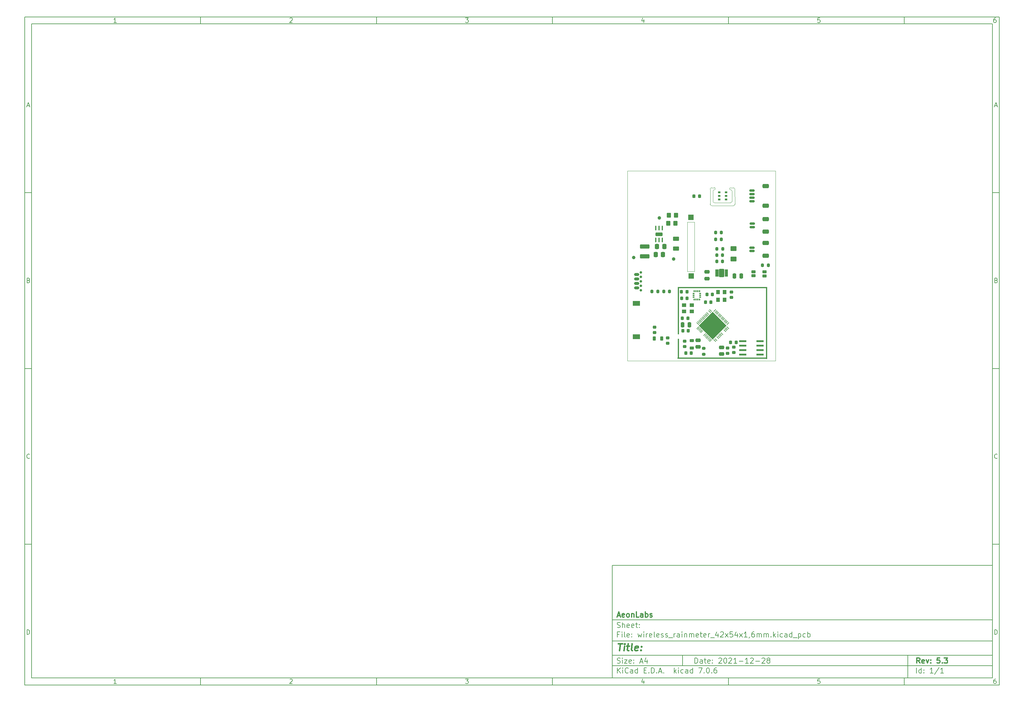
<source format=gbr>
G04 #@! TF.GenerationSoftware,KiCad,Pcbnew,7.0.6*
G04 #@! TF.CreationDate,2023-07-10T12:59:01+01:00*
G04 #@! TF.ProjectId,wireless_rainmeter_42x54x1_6mm,77697265-6c65-4737-935f-7261696e6d65,5.3*
G04 #@! TF.SameCoordinates,Original*
G04 #@! TF.FileFunction,Soldermask,Top*
G04 #@! TF.FilePolarity,Negative*
%FSLAX46Y46*%
G04 Gerber Fmt 4.6, Leading zero omitted, Abs format (unit mm)*
G04 Created by KiCad (PCBNEW 7.0.6) date 2023-07-10 12:59:01*
%MOMM*%
%LPD*%
G01*
G04 APERTURE LIST*
G04 Aperture macros list*
%AMRoundRect*
0 Rectangle with rounded corners*
0 $1 Rounding radius*
0 $2 $3 $4 $5 $6 $7 $8 $9 X,Y pos of 4 corners*
0 Add a 4 corners polygon primitive as box body*
4,1,4,$2,$3,$4,$5,$6,$7,$8,$9,$2,$3,0*
0 Add four circle primitives for the rounded corners*
1,1,$1+$1,$2,$3*
1,1,$1+$1,$4,$5*
1,1,$1+$1,$6,$7*
1,1,$1+$1,$8,$9*
0 Add four rect primitives between the rounded corners*
20,1,$1+$1,$2,$3,$4,$5,0*
20,1,$1+$1,$4,$5,$6,$7,0*
20,1,$1+$1,$6,$7,$8,$9,0*
20,1,$1+$1,$8,$9,$2,$3,0*%
%AMRotRect*
0 Rectangle, with rotation*
0 The origin of the aperture is its center*
0 $1 length*
0 $2 width*
0 $3 Rotation angle, in degrees counterclockwise*
0 Add horizontal line*
21,1,$1,$2,0,0,$3*%
G04 Aperture macros list end*
%ADD10C,0.100000*%
%ADD11C,0.150000*%
%ADD12C,0.300000*%
%ADD13C,0.400000*%
%ADD14C,0.010000*%
%ADD15R,1.500000X1.500000*%
%ADD16RoundRect,0.200000X-0.200000X-0.275000X0.200000X-0.275000X0.200000X0.275000X-0.200000X0.275000X0*%
%ADD17RoundRect,0.200000X0.200000X0.275000X-0.200000X0.275000X-0.200000X-0.275000X0.200000X-0.275000X0*%
%ADD18RoundRect,0.150000X0.625000X-0.150000X0.625000X0.150000X-0.625000X0.150000X-0.625000X-0.150000X0*%
%ADD19RoundRect,0.250000X0.650000X-0.350000X0.650000X0.350000X-0.650000X0.350000X-0.650000X-0.350000X0*%
%ADD20RoundRect,0.225000X-0.250000X0.225000X-0.250000X-0.225000X0.250000X-0.225000X0.250000X0.225000X0*%
%ADD21RoundRect,0.250000X0.475000X-0.250000X0.475000X0.250000X-0.475000X0.250000X-0.475000X-0.250000X0*%
%ADD22RoundRect,0.250000X0.350000X0.450000X-0.350000X0.450000X-0.350000X-0.450000X0.350000X-0.450000X0*%
%ADD23R,1.300000X1.000000*%
%ADD24RoundRect,0.225000X0.225000X0.250000X-0.225000X0.250000X-0.225000X-0.250000X0.225000X-0.250000X0*%
%ADD25RotRect,5.600000X5.600000X45.000000*%
%ADD26RoundRect,0.050000X0.238649X-0.309359X0.309359X-0.238649X-0.238649X0.309359X-0.309359X0.238649X0*%
%ADD27RoundRect,0.002500X0.000000X-0.003536X0.003536X0.000000X0.000000X0.003536X-0.003536X0.000000X0*%
%ADD28RoundRect,0.050000X-0.238649X-0.309359X0.309359X0.238649X0.238649X0.309359X-0.309359X-0.238649X0*%
%ADD29RoundRect,0.200000X0.275000X-0.200000X0.275000X0.200000X-0.275000X0.200000X-0.275000X-0.200000X0*%
%ADD30RoundRect,0.225000X-0.225000X-0.250000X0.225000X-0.250000X0.225000X0.250000X-0.225000X0.250000X0*%
%ADD31RoundRect,0.250000X-0.337500X-0.475000X0.337500X-0.475000X0.337500X0.475000X-0.337500X0.475000X0*%
%ADD32C,1.000000*%
%ADD33RoundRect,0.225000X0.250000X-0.225000X0.250000X0.225000X-0.250000X0.225000X-0.250000X-0.225000X0*%
%ADD34RoundRect,0.250000X0.250000X0.475000X-0.250000X0.475000X-0.250000X-0.475000X0.250000X-0.475000X0*%
%ADD35RoundRect,0.250000X1.075000X-0.375000X1.075000X0.375000X-1.075000X0.375000X-1.075000X-0.375000X0*%
%ADD36RoundRect,0.176000X-0.624000X-0.974000X0.624000X-0.974000X0.624000X0.974000X-0.624000X0.974000X0*%
%ADD37RoundRect,0.250000X-0.625000X0.375000X-0.625000X-0.375000X0.625000X-0.375000X0.625000X0.375000X0*%
%ADD38RoundRect,0.218750X0.381250X-0.218750X0.381250X0.218750X-0.381250X0.218750X-0.381250X-0.218750X0*%
%ADD39RoundRect,0.250000X0.337500X0.475000X-0.337500X0.475000X-0.337500X-0.475000X0.337500X-0.475000X0*%
%ADD40R,25.500000X0.400000*%
%ADD41RoundRect,0.250000X-0.250000X-0.475000X0.250000X-0.475000X0.250000X0.475000X-0.250000X0.475000X0*%
%ADD42R,0.400000X20.500000*%
%ADD43RoundRect,0.100000X0.100000X0.550000X-0.100000X0.550000X-0.100000X-0.550000X0.100000X-0.550000X0*%
%ADD44RoundRect,0.100000X-0.100000X-0.550000X0.100000X-0.550000X0.100000X0.550000X-0.100000X0.550000X0*%
%ADD45RoundRect,0.262500X0.737500X0.262500X-0.737500X0.262500X-0.737500X-0.262500X0.737500X-0.262500X0*%
%ADD46RoundRect,0.218750X-0.218750X-0.381250X0.218750X-0.381250X0.218750X0.381250X-0.218750X0.381250X0*%
%ADD47RoundRect,0.250000X-0.350000X-0.450000X0.350000X-0.450000X0.350000X0.450000X-0.350000X0.450000X0*%
%ADD48R,0.400000X5.700000*%
%ADD49R,25.400000X0.400000*%
%ADD50RoundRect,0.250001X-0.624999X0.462499X-0.624999X-0.462499X0.624999X-0.462499X0.624999X0.462499X0*%
%ADD51RoundRect,0.041300X0.948700X0.253700X-0.948700X0.253700X-0.948700X-0.253700X0.948700X-0.253700X0*%
%ADD52R,0.400000X13.300000*%
%ADD53R,0.580000X0.350000*%
%ADD54R,0.350000X0.580000*%
%ADD55R,1.000000X1.300000*%
%ADD56O,1.500000X0.800000*%
%ADD57C,0.700000*%
%ADD58RoundRect,0.037100X-0.317900X-0.227900X0.317900X-0.227900X0.317900X0.227900X-0.317900X0.227900X0*%
%ADD59R,2.100000X1.400000*%
%ADD60RoundRect,0.124800X0.475200X0.275200X-0.475200X0.275200X-0.475200X-0.275200X0.475200X-0.275200X0*%
G04 #@! TA.AperFunction,Profile*
%ADD61C,0.100000*%
G04 #@! TD*
G04 APERTURE END LIST*
D10*
D11*
X177002200Y-166007200D02*
X285002200Y-166007200D01*
X285002200Y-198007200D01*
X177002200Y-198007200D01*
X177002200Y-166007200D01*
D10*
D11*
X10000000Y-10000000D02*
X287002200Y-10000000D01*
X287002200Y-200007200D01*
X10000000Y-200007200D01*
X10000000Y-10000000D01*
D10*
D11*
X12000000Y-12000000D02*
X285002200Y-12000000D01*
X285002200Y-198007200D01*
X12000000Y-198007200D01*
X12000000Y-12000000D01*
D10*
D11*
X60000000Y-12000000D02*
X60000000Y-10000000D01*
D10*
D11*
X110000000Y-12000000D02*
X110000000Y-10000000D01*
D10*
D11*
X160000000Y-12000000D02*
X160000000Y-10000000D01*
D10*
D11*
X210000000Y-12000000D02*
X210000000Y-10000000D01*
D10*
D11*
X260000000Y-12000000D02*
X260000000Y-10000000D01*
D10*
D11*
X36089160Y-11593604D02*
X35346303Y-11593604D01*
X35717731Y-11593604D02*
X35717731Y-10293604D01*
X35717731Y-10293604D02*
X35593922Y-10479319D01*
X35593922Y-10479319D02*
X35470112Y-10603128D01*
X35470112Y-10603128D02*
X35346303Y-10665033D01*
D10*
D11*
X85346303Y-10417414D02*
X85408207Y-10355509D01*
X85408207Y-10355509D02*
X85532017Y-10293604D01*
X85532017Y-10293604D02*
X85841541Y-10293604D01*
X85841541Y-10293604D02*
X85965350Y-10355509D01*
X85965350Y-10355509D02*
X86027255Y-10417414D01*
X86027255Y-10417414D02*
X86089160Y-10541223D01*
X86089160Y-10541223D02*
X86089160Y-10665033D01*
X86089160Y-10665033D02*
X86027255Y-10850747D01*
X86027255Y-10850747D02*
X85284398Y-11593604D01*
X85284398Y-11593604D02*
X86089160Y-11593604D01*
D10*
D11*
X135284398Y-10293604D02*
X136089160Y-10293604D01*
X136089160Y-10293604D02*
X135655826Y-10788842D01*
X135655826Y-10788842D02*
X135841541Y-10788842D01*
X135841541Y-10788842D02*
X135965350Y-10850747D01*
X135965350Y-10850747D02*
X136027255Y-10912652D01*
X136027255Y-10912652D02*
X136089160Y-11036461D01*
X136089160Y-11036461D02*
X136089160Y-11345985D01*
X136089160Y-11345985D02*
X136027255Y-11469795D01*
X136027255Y-11469795D02*
X135965350Y-11531700D01*
X135965350Y-11531700D02*
X135841541Y-11593604D01*
X135841541Y-11593604D02*
X135470112Y-11593604D01*
X135470112Y-11593604D02*
X135346303Y-11531700D01*
X135346303Y-11531700D02*
X135284398Y-11469795D01*
D10*
D11*
X185965350Y-10726938D02*
X185965350Y-11593604D01*
X185655826Y-10231700D02*
X185346303Y-11160271D01*
X185346303Y-11160271D02*
X186151064Y-11160271D01*
D10*
D11*
X236027255Y-10293604D02*
X235408207Y-10293604D01*
X235408207Y-10293604D02*
X235346303Y-10912652D01*
X235346303Y-10912652D02*
X235408207Y-10850747D01*
X235408207Y-10850747D02*
X235532017Y-10788842D01*
X235532017Y-10788842D02*
X235841541Y-10788842D01*
X235841541Y-10788842D02*
X235965350Y-10850747D01*
X235965350Y-10850747D02*
X236027255Y-10912652D01*
X236027255Y-10912652D02*
X236089160Y-11036461D01*
X236089160Y-11036461D02*
X236089160Y-11345985D01*
X236089160Y-11345985D02*
X236027255Y-11469795D01*
X236027255Y-11469795D02*
X235965350Y-11531700D01*
X235965350Y-11531700D02*
X235841541Y-11593604D01*
X235841541Y-11593604D02*
X235532017Y-11593604D01*
X235532017Y-11593604D02*
X235408207Y-11531700D01*
X235408207Y-11531700D02*
X235346303Y-11469795D01*
D10*
D11*
X285965350Y-10293604D02*
X285717731Y-10293604D01*
X285717731Y-10293604D02*
X285593922Y-10355509D01*
X285593922Y-10355509D02*
X285532017Y-10417414D01*
X285532017Y-10417414D02*
X285408207Y-10603128D01*
X285408207Y-10603128D02*
X285346303Y-10850747D01*
X285346303Y-10850747D02*
X285346303Y-11345985D01*
X285346303Y-11345985D02*
X285408207Y-11469795D01*
X285408207Y-11469795D02*
X285470112Y-11531700D01*
X285470112Y-11531700D02*
X285593922Y-11593604D01*
X285593922Y-11593604D02*
X285841541Y-11593604D01*
X285841541Y-11593604D02*
X285965350Y-11531700D01*
X285965350Y-11531700D02*
X286027255Y-11469795D01*
X286027255Y-11469795D02*
X286089160Y-11345985D01*
X286089160Y-11345985D02*
X286089160Y-11036461D01*
X286089160Y-11036461D02*
X286027255Y-10912652D01*
X286027255Y-10912652D02*
X285965350Y-10850747D01*
X285965350Y-10850747D02*
X285841541Y-10788842D01*
X285841541Y-10788842D02*
X285593922Y-10788842D01*
X285593922Y-10788842D02*
X285470112Y-10850747D01*
X285470112Y-10850747D02*
X285408207Y-10912652D01*
X285408207Y-10912652D02*
X285346303Y-11036461D01*
D10*
D11*
X60000000Y-198007200D02*
X60000000Y-200007200D01*
D10*
D11*
X110000000Y-198007200D02*
X110000000Y-200007200D01*
D10*
D11*
X160000000Y-198007200D02*
X160000000Y-200007200D01*
D10*
D11*
X210000000Y-198007200D02*
X210000000Y-200007200D01*
D10*
D11*
X260000000Y-198007200D02*
X260000000Y-200007200D01*
D10*
D11*
X36089160Y-199600804D02*
X35346303Y-199600804D01*
X35717731Y-199600804D02*
X35717731Y-198300804D01*
X35717731Y-198300804D02*
X35593922Y-198486519D01*
X35593922Y-198486519D02*
X35470112Y-198610328D01*
X35470112Y-198610328D02*
X35346303Y-198672233D01*
D10*
D11*
X85346303Y-198424614D02*
X85408207Y-198362709D01*
X85408207Y-198362709D02*
X85532017Y-198300804D01*
X85532017Y-198300804D02*
X85841541Y-198300804D01*
X85841541Y-198300804D02*
X85965350Y-198362709D01*
X85965350Y-198362709D02*
X86027255Y-198424614D01*
X86027255Y-198424614D02*
X86089160Y-198548423D01*
X86089160Y-198548423D02*
X86089160Y-198672233D01*
X86089160Y-198672233D02*
X86027255Y-198857947D01*
X86027255Y-198857947D02*
X85284398Y-199600804D01*
X85284398Y-199600804D02*
X86089160Y-199600804D01*
D10*
D11*
X135284398Y-198300804D02*
X136089160Y-198300804D01*
X136089160Y-198300804D02*
X135655826Y-198796042D01*
X135655826Y-198796042D02*
X135841541Y-198796042D01*
X135841541Y-198796042D02*
X135965350Y-198857947D01*
X135965350Y-198857947D02*
X136027255Y-198919852D01*
X136027255Y-198919852D02*
X136089160Y-199043661D01*
X136089160Y-199043661D02*
X136089160Y-199353185D01*
X136089160Y-199353185D02*
X136027255Y-199476995D01*
X136027255Y-199476995D02*
X135965350Y-199538900D01*
X135965350Y-199538900D02*
X135841541Y-199600804D01*
X135841541Y-199600804D02*
X135470112Y-199600804D01*
X135470112Y-199600804D02*
X135346303Y-199538900D01*
X135346303Y-199538900D02*
X135284398Y-199476995D01*
D10*
D11*
X185965350Y-198734138D02*
X185965350Y-199600804D01*
X185655826Y-198238900D02*
X185346303Y-199167471D01*
X185346303Y-199167471D02*
X186151064Y-199167471D01*
D10*
D11*
X236027255Y-198300804D02*
X235408207Y-198300804D01*
X235408207Y-198300804D02*
X235346303Y-198919852D01*
X235346303Y-198919852D02*
X235408207Y-198857947D01*
X235408207Y-198857947D02*
X235532017Y-198796042D01*
X235532017Y-198796042D02*
X235841541Y-198796042D01*
X235841541Y-198796042D02*
X235965350Y-198857947D01*
X235965350Y-198857947D02*
X236027255Y-198919852D01*
X236027255Y-198919852D02*
X236089160Y-199043661D01*
X236089160Y-199043661D02*
X236089160Y-199353185D01*
X236089160Y-199353185D02*
X236027255Y-199476995D01*
X236027255Y-199476995D02*
X235965350Y-199538900D01*
X235965350Y-199538900D02*
X235841541Y-199600804D01*
X235841541Y-199600804D02*
X235532017Y-199600804D01*
X235532017Y-199600804D02*
X235408207Y-199538900D01*
X235408207Y-199538900D02*
X235346303Y-199476995D01*
D10*
D11*
X285965350Y-198300804D02*
X285717731Y-198300804D01*
X285717731Y-198300804D02*
X285593922Y-198362709D01*
X285593922Y-198362709D02*
X285532017Y-198424614D01*
X285532017Y-198424614D02*
X285408207Y-198610328D01*
X285408207Y-198610328D02*
X285346303Y-198857947D01*
X285346303Y-198857947D02*
X285346303Y-199353185D01*
X285346303Y-199353185D02*
X285408207Y-199476995D01*
X285408207Y-199476995D02*
X285470112Y-199538900D01*
X285470112Y-199538900D02*
X285593922Y-199600804D01*
X285593922Y-199600804D02*
X285841541Y-199600804D01*
X285841541Y-199600804D02*
X285965350Y-199538900D01*
X285965350Y-199538900D02*
X286027255Y-199476995D01*
X286027255Y-199476995D02*
X286089160Y-199353185D01*
X286089160Y-199353185D02*
X286089160Y-199043661D01*
X286089160Y-199043661D02*
X286027255Y-198919852D01*
X286027255Y-198919852D02*
X285965350Y-198857947D01*
X285965350Y-198857947D02*
X285841541Y-198796042D01*
X285841541Y-198796042D02*
X285593922Y-198796042D01*
X285593922Y-198796042D02*
X285470112Y-198857947D01*
X285470112Y-198857947D02*
X285408207Y-198919852D01*
X285408207Y-198919852D02*
X285346303Y-199043661D01*
D10*
D11*
X10000000Y-60000000D02*
X12000000Y-60000000D01*
D10*
D11*
X10000000Y-110000000D02*
X12000000Y-110000000D01*
D10*
D11*
X10000000Y-160000000D02*
X12000000Y-160000000D01*
D10*
D11*
X10690476Y-35222176D02*
X11309523Y-35222176D01*
X10566666Y-35593604D02*
X10999999Y-34293604D01*
X10999999Y-34293604D02*
X11433333Y-35593604D01*
D10*
D11*
X11092857Y-84912652D02*
X11278571Y-84974557D01*
X11278571Y-84974557D02*
X11340476Y-85036461D01*
X11340476Y-85036461D02*
X11402380Y-85160271D01*
X11402380Y-85160271D02*
X11402380Y-85345985D01*
X11402380Y-85345985D02*
X11340476Y-85469795D01*
X11340476Y-85469795D02*
X11278571Y-85531700D01*
X11278571Y-85531700D02*
X11154761Y-85593604D01*
X11154761Y-85593604D02*
X10659523Y-85593604D01*
X10659523Y-85593604D02*
X10659523Y-84293604D01*
X10659523Y-84293604D02*
X11092857Y-84293604D01*
X11092857Y-84293604D02*
X11216666Y-84355509D01*
X11216666Y-84355509D02*
X11278571Y-84417414D01*
X11278571Y-84417414D02*
X11340476Y-84541223D01*
X11340476Y-84541223D02*
X11340476Y-84665033D01*
X11340476Y-84665033D02*
X11278571Y-84788842D01*
X11278571Y-84788842D02*
X11216666Y-84850747D01*
X11216666Y-84850747D02*
X11092857Y-84912652D01*
X11092857Y-84912652D02*
X10659523Y-84912652D01*
D10*
D11*
X11402380Y-135469795D02*
X11340476Y-135531700D01*
X11340476Y-135531700D02*
X11154761Y-135593604D01*
X11154761Y-135593604D02*
X11030952Y-135593604D01*
X11030952Y-135593604D02*
X10845238Y-135531700D01*
X10845238Y-135531700D02*
X10721428Y-135407890D01*
X10721428Y-135407890D02*
X10659523Y-135284080D01*
X10659523Y-135284080D02*
X10597619Y-135036461D01*
X10597619Y-135036461D02*
X10597619Y-134850747D01*
X10597619Y-134850747D02*
X10659523Y-134603128D01*
X10659523Y-134603128D02*
X10721428Y-134479319D01*
X10721428Y-134479319D02*
X10845238Y-134355509D01*
X10845238Y-134355509D02*
X11030952Y-134293604D01*
X11030952Y-134293604D02*
X11154761Y-134293604D01*
X11154761Y-134293604D02*
X11340476Y-134355509D01*
X11340476Y-134355509D02*
X11402380Y-134417414D01*
D10*
D11*
X10659523Y-185593604D02*
X10659523Y-184293604D01*
X10659523Y-184293604D02*
X10969047Y-184293604D01*
X10969047Y-184293604D02*
X11154761Y-184355509D01*
X11154761Y-184355509D02*
X11278571Y-184479319D01*
X11278571Y-184479319D02*
X11340476Y-184603128D01*
X11340476Y-184603128D02*
X11402380Y-184850747D01*
X11402380Y-184850747D02*
X11402380Y-185036461D01*
X11402380Y-185036461D02*
X11340476Y-185284080D01*
X11340476Y-185284080D02*
X11278571Y-185407890D01*
X11278571Y-185407890D02*
X11154761Y-185531700D01*
X11154761Y-185531700D02*
X10969047Y-185593604D01*
X10969047Y-185593604D02*
X10659523Y-185593604D01*
D10*
D11*
X287002200Y-60000000D02*
X285002200Y-60000000D01*
D10*
D11*
X287002200Y-110000000D02*
X285002200Y-110000000D01*
D10*
D11*
X287002200Y-160000000D02*
X285002200Y-160000000D01*
D10*
D11*
X285692676Y-35222176D02*
X286311723Y-35222176D01*
X285568866Y-35593604D02*
X286002199Y-34293604D01*
X286002199Y-34293604D02*
X286435533Y-35593604D01*
D10*
D11*
X286095057Y-84912652D02*
X286280771Y-84974557D01*
X286280771Y-84974557D02*
X286342676Y-85036461D01*
X286342676Y-85036461D02*
X286404580Y-85160271D01*
X286404580Y-85160271D02*
X286404580Y-85345985D01*
X286404580Y-85345985D02*
X286342676Y-85469795D01*
X286342676Y-85469795D02*
X286280771Y-85531700D01*
X286280771Y-85531700D02*
X286156961Y-85593604D01*
X286156961Y-85593604D02*
X285661723Y-85593604D01*
X285661723Y-85593604D02*
X285661723Y-84293604D01*
X285661723Y-84293604D02*
X286095057Y-84293604D01*
X286095057Y-84293604D02*
X286218866Y-84355509D01*
X286218866Y-84355509D02*
X286280771Y-84417414D01*
X286280771Y-84417414D02*
X286342676Y-84541223D01*
X286342676Y-84541223D02*
X286342676Y-84665033D01*
X286342676Y-84665033D02*
X286280771Y-84788842D01*
X286280771Y-84788842D02*
X286218866Y-84850747D01*
X286218866Y-84850747D02*
X286095057Y-84912652D01*
X286095057Y-84912652D02*
X285661723Y-84912652D01*
D10*
D11*
X286404580Y-135469795D02*
X286342676Y-135531700D01*
X286342676Y-135531700D02*
X286156961Y-135593604D01*
X286156961Y-135593604D02*
X286033152Y-135593604D01*
X286033152Y-135593604D02*
X285847438Y-135531700D01*
X285847438Y-135531700D02*
X285723628Y-135407890D01*
X285723628Y-135407890D02*
X285661723Y-135284080D01*
X285661723Y-135284080D02*
X285599819Y-135036461D01*
X285599819Y-135036461D02*
X285599819Y-134850747D01*
X285599819Y-134850747D02*
X285661723Y-134603128D01*
X285661723Y-134603128D02*
X285723628Y-134479319D01*
X285723628Y-134479319D02*
X285847438Y-134355509D01*
X285847438Y-134355509D02*
X286033152Y-134293604D01*
X286033152Y-134293604D02*
X286156961Y-134293604D01*
X286156961Y-134293604D02*
X286342676Y-134355509D01*
X286342676Y-134355509D02*
X286404580Y-134417414D01*
D10*
D11*
X285661723Y-185593604D02*
X285661723Y-184293604D01*
X285661723Y-184293604D02*
X285971247Y-184293604D01*
X285971247Y-184293604D02*
X286156961Y-184355509D01*
X286156961Y-184355509D02*
X286280771Y-184479319D01*
X286280771Y-184479319D02*
X286342676Y-184603128D01*
X286342676Y-184603128D02*
X286404580Y-184850747D01*
X286404580Y-184850747D02*
X286404580Y-185036461D01*
X286404580Y-185036461D02*
X286342676Y-185284080D01*
X286342676Y-185284080D02*
X286280771Y-185407890D01*
X286280771Y-185407890D02*
X286156961Y-185531700D01*
X286156961Y-185531700D02*
X285971247Y-185593604D01*
X285971247Y-185593604D02*
X285661723Y-185593604D01*
D10*
D11*
X200458026Y-193793328D02*
X200458026Y-192293328D01*
X200458026Y-192293328D02*
X200815169Y-192293328D01*
X200815169Y-192293328D02*
X201029455Y-192364757D01*
X201029455Y-192364757D02*
X201172312Y-192507614D01*
X201172312Y-192507614D02*
X201243741Y-192650471D01*
X201243741Y-192650471D02*
X201315169Y-192936185D01*
X201315169Y-192936185D02*
X201315169Y-193150471D01*
X201315169Y-193150471D02*
X201243741Y-193436185D01*
X201243741Y-193436185D02*
X201172312Y-193579042D01*
X201172312Y-193579042D02*
X201029455Y-193721900D01*
X201029455Y-193721900D02*
X200815169Y-193793328D01*
X200815169Y-193793328D02*
X200458026Y-193793328D01*
X202600884Y-193793328D02*
X202600884Y-193007614D01*
X202600884Y-193007614D02*
X202529455Y-192864757D01*
X202529455Y-192864757D02*
X202386598Y-192793328D01*
X202386598Y-192793328D02*
X202100884Y-192793328D01*
X202100884Y-192793328D02*
X201958026Y-192864757D01*
X202600884Y-193721900D02*
X202458026Y-193793328D01*
X202458026Y-193793328D02*
X202100884Y-193793328D01*
X202100884Y-193793328D02*
X201958026Y-193721900D01*
X201958026Y-193721900D02*
X201886598Y-193579042D01*
X201886598Y-193579042D02*
X201886598Y-193436185D01*
X201886598Y-193436185D02*
X201958026Y-193293328D01*
X201958026Y-193293328D02*
X202100884Y-193221900D01*
X202100884Y-193221900D02*
X202458026Y-193221900D01*
X202458026Y-193221900D02*
X202600884Y-193150471D01*
X203100884Y-192793328D02*
X203672312Y-192793328D01*
X203315169Y-192293328D02*
X203315169Y-193579042D01*
X203315169Y-193579042D02*
X203386598Y-193721900D01*
X203386598Y-193721900D02*
X203529455Y-193793328D01*
X203529455Y-193793328D02*
X203672312Y-193793328D01*
X204743741Y-193721900D02*
X204600884Y-193793328D01*
X204600884Y-193793328D02*
X204315170Y-193793328D01*
X204315170Y-193793328D02*
X204172312Y-193721900D01*
X204172312Y-193721900D02*
X204100884Y-193579042D01*
X204100884Y-193579042D02*
X204100884Y-193007614D01*
X204100884Y-193007614D02*
X204172312Y-192864757D01*
X204172312Y-192864757D02*
X204315170Y-192793328D01*
X204315170Y-192793328D02*
X204600884Y-192793328D01*
X204600884Y-192793328D02*
X204743741Y-192864757D01*
X204743741Y-192864757D02*
X204815170Y-193007614D01*
X204815170Y-193007614D02*
X204815170Y-193150471D01*
X204815170Y-193150471D02*
X204100884Y-193293328D01*
X205458026Y-193650471D02*
X205529455Y-193721900D01*
X205529455Y-193721900D02*
X205458026Y-193793328D01*
X205458026Y-193793328D02*
X205386598Y-193721900D01*
X205386598Y-193721900D02*
X205458026Y-193650471D01*
X205458026Y-193650471D02*
X205458026Y-193793328D01*
X205458026Y-192864757D02*
X205529455Y-192936185D01*
X205529455Y-192936185D02*
X205458026Y-193007614D01*
X205458026Y-193007614D02*
X205386598Y-192936185D01*
X205386598Y-192936185D02*
X205458026Y-192864757D01*
X205458026Y-192864757D02*
X205458026Y-193007614D01*
X207243741Y-192436185D02*
X207315169Y-192364757D01*
X207315169Y-192364757D02*
X207458027Y-192293328D01*
X207458027Y-192293328D02*
X207815169Y-192293328D01*
X207815169Y-192293328D02*
X207958027Y-192364757D01*
X207958027Y-192364757D02*
X208029455Y-192436185D01*
X208029455Y-192436185D02*
X208100884Y-192579042D01*
X208100884Y-192579042D02*
X208100884Y-192721900D01*
X208100884Y-192721900D02*
X208029455Y-192936185D01*
X208029455Y-192936185D02*
X207172312Y-193793328D01*
X207172312Y-193793328D02*
X208100884Y-193793328D01*
X209029455Y-192293328D02*
X209172312Y-192293328D01*
X209172312Y-192293328D02*
X209315169Y-192364757D01*
X209315169Y-192364757D02*
X209386598Y-192436185D01*
X209386598Y-192436185D02*
X209458026Y-192579042D01*
X209458026Y-192579042D02*
X209529455Y-192864757D01*
X209529455Y-192864757D02*
X209529455Y-193221900D01*
X209529455Y-193221900D02*
X209458026Y-193507614D01*
X209458026Y-193507614D02*
X209386598Y-193650471D01*
X209386598Y-193650471D02*
X209315169Y-193721900D01*
X209315169Y-193721900D02*
X209172312Y-193793328D01*
X209172312Y-193793328D02*
X209029455Y-193793328D01*
X209029455Y-193793328D02*
X208886598Y-193721900D01*
X208886598Y-193721900D02*
X208815169Y-193650471D01*
X208815169Y-193650471D02*
X208743740Y-193507614D01*
X208743740Y-193507614D02*
X208672312Y-193221900D01*
X208672312Y-193221900D02*
X208672312Y-192864757D01*
X208672312Y-192864757D02*
X208743740Y-192579042D01*
X208743740Y-192579042D02*
X208815169Y-192436185D01*
X208815169Y-192436185D02*
X208886598Y-192364757D01*
X208886598Y-192364757D02*
X209029455Y-192293328D01*
X210100883Y-192436185D02*
X210172311Y-192364757D01*
X210172311Y-192364757D02*
X210315169Y-192293328D01*
X210315169Y-192293328D02*
X210672311Y-192293328D01*
X210672311Y-192293328D02*
X210815169Y-192364757D01*
X210815169Y-192364757D02*
X210886597Y-192436185D01*
X210886597Y-192436185D02*
X210958026Y-192579042D01*
X210958026Y-192579042D02*
X210958026Y-192721900D01*
X210958026Y-192721900D02*
X210886597Y-192936185D01*
X210886597Y-192936185D02*
X210029454Y-193793328D01*
X210029454Y-193793328D02*
X210958026Y-193793328D01*
X212386597Y-193793328D02*
X211529454Y-193793328D01*
X211958025Y-193793328D02*
X211958025Y-192293328D01*
X211958025Y-192293328D02*
X211815168Y-192507614D01*
X211815168Y-192507614D02*
X211672311Y-192650471D01*
X211672311Y-192650471D02*
X211529454Y-192721900D01*
X213029453Y-193221900D02*
X214172311Y-193221900D01*
X215672311Y-193793328D02*
X214815168Y-193793328D01*
X215243739Y-193793328D02*
X215243739Y-192293328D01*
X215243739Y-192293328D02*
X215100882Y-192507614D01*
X215100882Y-192507614D02*
X214958025Y-192650471D01*
X214958025Y-192650471D02*
X214815168Y-192721900D01*
X216243739Y-192436185D02*
X216315167Y-192364757D01*
X216315167Y-192364757D02*
X216458025Y-192293328D01*
X216458025Y-192293328D02*
X216815167Y-192293328D01*
X216815167Y-192293328D02*
X216958025Y-192364757D01*
X216958025Y-192364757D02*
X217029453Y-192436185D01*
X217029453Y-192436185D02*
X217100882Y-192579042D01*
X217100882Y-192579042D02*
X217100882Y-192721900D01*
X217100882Y-192721900D02*
X217029453Y-192936185D01*
X217029453Y-192936185D02*
X216172310Y-193793328D01*
X216172310Y-193793328D02*
X217100882Y-193793328D01*
X217743738Y-193221900D02*
X218886596Y-193221900D01*
X219529453Y-192436185D02*
X219600881Y-192364757D01*
X219600881Y-192364757D02*
X219743739Y-192293328D01*
X219743739Y-192293328D02*
X220100881Y-192293328D01*
X220100881Y-192293328D02*
X220243739Y-192364757D01*
X220243739Y-192364757D02*
X220315167Y-192436185D01*
X220315167Y-192436185D02*
X220386596Y-192579042D01*
X220386596Y-192579042D02*
X220386596Y-192721900D01*
X220386596Y-192721900D02*
X220315167Y-192936185D01*
X220315167Y-192936185D02*
X219458024Y-193793328D01*
X219458024Y-193793328D02*
X220386596Y-193793328D01*
X221243738Y-192936185D02*
X221100881Y-192864757D01*
X221100881Y-192864757D02*
X221029452Y-192793328D01*
X221029452Y-192793328D02*
X220958024Y-192650471D01*
X220958024Y-192650471D02*
X220958024Y-192579042D01*
X220958024Y-192579042D02*
X221029452Y-192436185D01*
X221029452Y-192436185D02*
X221100881Y-192364757D01*
X221100881Y-192364757D02*
X221243738Y-192293328D01*
X221243738Y-192293328D02*
X221529452Y-192293328D01*
X221529452Y-192293328D02*
X221672310Y-192364757D01*
X221672310Y-192364757D02*
X221743738Y-192436185D01*
X221743738Y-192436185D02*
X221815167Y-192579042D01*
X221815167Y-192579042D02*
X221815167Y-192650471D01*
X221815167Y-192650471D02*
X221743738Y-192793328D01*
X221743738Y-192793328D02*
X221672310Y-192864757D01*
X221672310Y-192864757D02*
X221529452Y-192936185D01*
X221529452Y-192936185D02*
X221243738Y-192936185D01*
X221243738Y-192936185D02*
X221100881Y-193007614D01*
X221100881Y-193007614D02*
X221029452Y-193079042D01*
X221029452Y-193079042D02*
X220958024Y-193221900D01*
X220958024Y-193221900D02*
X220958024Y-193507614D01*
X220958024Y-193507614D02*
X221029452Y-193650471D01*
X221029452Y-193650471D02*
X221100881Y-193721900D01*
X221100881Y-193721900D02*
X221243738Y-193793328D01*
X221243738Y-193793328D02*
X221529452Y-193793328D01*
X221529452Y-193793328D02*
X221672310Y-193721900D01*
X221672310Y-193721900D02*
X221743738Y-193650471D01*
X221743738Y-193650471D02*
X221815167Y-193507614D01*
X221815167Y-193507614D02*
X221815167Y-193221900D01*
X221815167Y-193221900D02*
X221743738Y-193079042D01*
X221743738Y-193079042D02*
X221672310Y-193007614D01*
X221672310Y-193007614D02*
X221529452Y-192936185D01*
D10*
D11*
X177002200Y-194507200D02*
X285002200Y-194507200D01*
D10*
D11*
X178458026Y-196593328D02*
X178458026Y-195093328D01*
X179315169Y-196593328D02*
X178672312Y-195736185D01*
X179315169Y-195093328D02*
X178458026Y-195950471D01*
X179958026Y-196593328D02*
X179958026Y-195593328D01*
X179958026Y-195093328D02*
X179886598Y-195164757D01*
X179886598Y-195164757D02*
X179958026Y-195236185D01*
X179958026Y-195236185D02*
X180029455Y-195164757D01*
X180029455Y-195164757D02*
X179958026Y-195093328D01*
X179958026Y-195093328D02*
X179958026Y-195236185D01*
X181529455Y-196450471D02*
X181458027Y-196521900D01*
X181458027Y-196521900D02*
X181243741Y-196593328D01*
X181243741Y-196593328D02*
X181100884Y-196593328D01*
X181100884Y-196593328D02*
X180886598Y-196521900D01*
X180886598Y-196521900D02*
X180743741Y-196379042D01*
X180743741Y-196379042D02*
X180672312Y-196236185D01*
X180672312Y-196236185D02*
X180600884Y-195950471D01*
X180600884Y-195950471D02*
X180600884Y-195736185D01*
X180600884Y-195736185D02*
X180672312Y-195450471D01*
X180672312Y-195450471D02*
X180743741Y-195307614D01*
X180743741Y-195307614D02*
X180886598Y-195164757D01*
X180886598Y-195164757D02*
X181100884Y-195093328D01*
X181100884Y-195093328D02*
X181243741Y-195093328D01*
X181243741Y-195093328D02*
X181458027Y-195164757D01*
X181458027Y-195164757D02*
X181529455Y-195236185D01*
X182815170Y-196593328D02*
X182815170Y-195807614D01*
X182815170Y-195807614D02*
X182743741Y-195664757D01*
X182743741Y-195664757D02*
X182600884Y-195593328D01*
X182600884Y-195593328D02*
X182315170Y-195593328D01*
X182315170Y-195593328D02*
X182172312Y-195664757D01*
X182815170Y-196521900D02*
X182672312Y-196593328D01*
X182672312Y-196593328D02*
X182315170Y-196593328D01*
X182315170Y-196593328D02*
X182172312Y-196521900D01*
X182172312Y-196521900D02*
X182100884Y-196379042D01*
X182100884Y-196379042D02*
X182100884Y-196236185D01*
X182100884Y-196236185D02*
X182172312Y-196093328D01*
X182172312Y-196093328D02*
X182315170Y-196021900D01*
X182315170Y-196021900D02*
X182672312Y-196021900D01*
X182672312Y-196021900D02*
X182815170Y-195950471D01*
X184172313Y-196593328D02*
X184172313Y-195093328D01*
X184172313Y-196521900D02*
X184029455Y-196593328D01*
X184029455Y-196593328D02*
X183743741Y-196593328D01*
X183743741Y-196593328D02*
X183600884Y-196521900D01*
X183600884Y-196521900D02*
X183529455Y-196450471D01*
X183529455Y-196450471D02*
X183458027Y-196307614D01*
X183458027Y-196307614D02*
X183458027Y-195879042D01*
X183458027Y-195879042D02*
X183529455Y-195736185D01*
X183529455Y-195736185D02*
X183600884Y-195664757D01*
X183600884Y-195664757D02*
X183743741Y-195593328D01*
X183743741Y-195593328D02*
X184029455Y-195593328D01*
X184029455Y-195593328D02*
X184172313Y-195664757D01*
X186029455Y-195807614D02*
X186529455Y-195807614D01*
X186743741Y-196593328D02*
X186029455Y-196593328D01*
X186029455Y-196593328D02*
X186029455Y-195093328D01*
X186029455Y-195093328D02*
X186743741Y-195093328D01*
X187386598Y-196450471D02*
X187458027Y-196521900D01*
X187458027Y-196521900D02*
X187386598Y-196593328D01*
X187386598Y-196593328D02*
X187315170Y-196521900D01*
X187315170Y-196521900D02*
X187386598Y-196450471D01*
X187386598Y-196450471D02*
X187386598Y-196593328D01*
X188100884Y-196593328D02*
X188100884Y-195093328D01*
X188100884Y-195093328D02*
X188458027Y-195093328D01*
X188458027Y-195093328D02*
X188672313Y-195164757D01*
X188672313Y-195164757D02*
X188815170Y-195307614D01*
X188815170Y-195307614D02*
X188886599Y-195450471D01*
X188886599Y-195450471D02*
X188958027Y-195736185D01*
X188958027Y-195736185D02*
X188958027Y-195950471D01*
X188958027Y-195950471D02*
X188886599Y-196236185D01*
X188886599Y-196236185D02*
X188815170Y-196379042D01*
X188815170Y-196379042D02*
X188672313Y-196521900D01*
X188672313Y-196521900D02*
X188458027Y-196593328D01*
X188458027Y-196593328D02*
X188100884Y-196593328D01*
X189600884Y-196450471D02*
X189672313Y-196521900D01*
X189672313Y-196521900D02*
X189600884Y-196593328D01*
X189600884Y-196593328D02*
X189529456Y-196521900D01*
X189529456Y-196521900D02*
X189600884Y-196450471D01*
X189600884Y-196450471D02*
X189600884Y-196593328D01*
X190243742Y-196164757D02*
X190958028Y-196164757D01*
X190100885Y-196593328D02*
X190600885Y-195093328D01*
X190600885Y-195093328D02*
X191100885Y-196593328D01*
X191600884Y-196450471D02*
X191672313Y-196521900D01*
X191672313Y-196521900D02*
X191600884Y-196593328D01*
X191600884Y-196593328D02*
X191529456Y-196521900D01*
X191529456Y-196521900D02*
X191600884Y-196450471D01*
X191600884Y-196450471D02*
X191600884Y-196593328D01*
X194600884Y-196593328D02*
X194600884Y-195093328D01*
X194743742Y-196021900D02*
X195172313Y-196593328D01*
X195172313Y-195593328D02*
X194600884Y-196164757D01*
X195815170Y-196593328D02*
X195815170Y-195593328D01*
X195815170Y-195093328D02*
X195743742Y-195164757D01*
X195743742Y-195164757D02*
X195815170Y-195236185D01*
X195815170Y-195236185D02*
X195886599Y-195164757D01*
X195886599Y-195164757D02*
X195815170Y-195093328D01*
X195815170Y-195093328D02*
X195815170Y-195236185D01*
X197172314Y-196521900D02*
X197029456Y-196593328D01*
X197029456Y-196593328D02*
X196743742Y-196593328D01*
X196743742Y-196593328D02*
X196600885Y-196521900D01*
X196600885Y-196521900D02*
X196529456Y-196450471D01*
X196529456Y-196450471D02*
X196458028Y-196307614D01*
X196458028Y-196307614D02*
X196458028Y-195879042D01*
X196458028Y-195879042D02*
X196529456Y-195736185D01*
X196529456Y-195736185D02*
X196600885Y-195664757D01*
X196600885Y-195664757D02*
X196743742Y-195593328D01*
X196743742Y-195593328D02*
X197029456Y-195593328D01*
X197029456Y-195593328D02*
X197172314Y-195664757D01*
X198458028Y-196593328D02*
X198458028Y-195807614D01*
X198458028Y-195807614D02*
X198386599Y-195664757D01*
X198386599Y-195664757D02*
X198243742Y-195593328D01*
X198243742Y-195593328D02*
X197958028Y-195593328D01*
X197958028Y-195593328D02*
X197815170Y-195664757D01*
X198458028Y-196521900D02*
X198315170Y-196593328D01*
X198315170Y-196593328D02*
X197958028Y-196593328D01*
X197958028Y-196593328D02*
X197815170Y-196521900D01*
X197815170Y-196521900D02*
X197743742Y-196379042D01*
X197743742Y-196379042D02*
X197743742Y-196236185D01*
X197743742Y-196236185D02*
X197815170Y-196093328D01*
X197815170Y-196093328D02*
X197958028Y-196021900D01*
X197958028Y-196021900D02*
X198315170Y-196021900D01*
X198315170Y-196021900D02*
X198458028Y-195950471D01*
X199815171Y-196593328D02*
X199815171Y-195093328D01*
X199815171Y-196521900D02*
X199672313Y-196593328D01*
X199672313Y-196593328D02*
X199386599Y-196593328D01*
X199386599Y-196593328D02*
X199243742Y-196521900D01*
X199243742Y-196521900D02*
X199172313Y-196450471D01*
X199172313Y-196450471D02*
X199100885Y-196307614D01*
X199100885Y-196307614D02*
X199100885Y-195879042D01*
X199100885Y-195879042D02*
X199172313Y-195736185D01*
X199172313Y-195736185D02*
X199243742Y-195664757D01*
X199243742Y-195664757D02*
X199386599Y-195593328D01*
X199386599Y-195593328D02*
X199672313Y-195593328D01*
X199672313Y-195593328D02*
X199815171Y-195664757D01*
X201529456Y-195093328D02*
X202529456Y-195093328D01*
X202529456Y-195093328D02*
X201886599Y-196593328D01*
X203100884Y-196450471D02*
X203172313Y-196521900D01*
X203172313Y-196521900D02*
X203100884Y-196593328D01*
X203100884Y-196593328D02*
X203029456Y-196521900D01*
X203029456Y-196521900D02*
X203100884Y-196450471D01*
X203100884Y-196450471D02*
X203100884Y-196593328D01*
X204100885Y-195093328D02*
X204243742Y-195093328D01*
X204243742Y-195093328D02*
X204386599Y-195164757D01*
X204386599Y-195164757D02*
X204458028Y-195236185D01*
X204458028Y-195236185D02*
X204529456Y-195379042D01*
X204529456Y-195379042D02*
X204600885Y-195664757D01*
X204600885Y-195664757D02*
X204600885Y-196021900D01*
X204600885Y-196021900D02*
X204529456Y-196307614D01*
X204529456Y-196307614D02*
X204458028Y-196450471D01*
X204458028Y-196450471D02*
X204386599Y-196521900D01*
X204386599Y-196521900D02*
X204243742Y-196593328D01*
X204243742Y-196593328D02*
X204100885Y-196593328D01*
X204100885Y-196593328D02*
X203958028Y-196521900D01*
X203958028Y-196521900D02*
X203886599Y-196450471D01*
X203886599Y-196450471D02*
X203815170Y-196307614D01*
X203815170Y-196307614D02*
X203743742Y-196021900D01*
X203743742Y-196021900D02*
X203743742Y-195664757D01*
X203743742Y-195664757D02*
X203815170Y-195379042D01*
X203815170Y-195379042D02*
X203886599Y-195236185D01*
X203886599Y-195236185D02*
X203958028Y-195164757D01*
X203958028Y-195164757D02*
X204100885Y-195093328D01*
X205243741Y-196450471D02*
X205315170Y-196521900D01*
X205315170Y-196521900D02*
X205243741Y-196593328D01*
X205243741Y-196593328D02*
X205172313Y-196521900D01*
X205172313Y-196521900D02*
X205243741Y-196450471D01*
X205243741Y-196450471D02*
X205243741Y-196593328D01*
X206600885Y-195093328D02*
X206315170Y-195093328D01*
X206315170Y-195093328D02*
X206172313Y-195164757D01*
X206172313Y-195164757D02*
X206100885Y-195236185D01*
X206100885Y-195236185D02*
X205958027Y-195450471D01*
X205958027Y-195450471D02*
X205886599Y-195736185D01*
X205886599Y-195736185D02*
X205886599Y-196307614D01*
X205886599Y-196307614D02*
X205958027Y-196450471D01*
X205958027Y-196450471D02*
X206029456Y-196521900D01*
X206029456Y-196521900D02*
X206172313Y-196593328D01*
X206172313Y-196593328D02*
X206458027Y-196593328D01*
X206458027Y-196593328D02*
X206600885Y-196521900D01*
X206600885Y-196521900D02*
X206672313Y-196450471D01*
X206672313Y-196450471D02*
X206743742Y-196307614D01*
X206743742Y-196307614D02*
X206743742Y-195950471D01*
X206743742Y-195950471D02*
X206672313Y-195807614D01*
X206672313Y-195807614D02*
X206600885Y-195736185D01*
X206600885Y-195736185D02*
X206458027Y-195664757D01*
X206458027Y-195664757D02*
X206172313Y-195664757D01*
X206172313Y-195664757D02*
X206029456Y-195736185D01*
X206029456Y-195736185D02*
X205958027Y-195807614D01*
X205958027Y-195807614D02*
X205886599Y-195950471D01*
D10*
D11*
X177002200Y-191507200D02*
X285002200Y-191507200D01*
D10*
D12*
X264413853Y-193785528D02*
X263913853Y-193071242D01*
X263556710Y-193785528D02*
X263556710Y-192285528D01*
X263556710Y-192285528D02*
X264128139Y-192285528D01*
X264128139Y-192285528D02*
X264270996Y-192356957D01*
X264270996Y-192356957D02*
X264342425Y-192428385D01*
X264342425Y-192428385D02*
X264413853Y-192571242D01*
X264413853Y-192571242D02*
X264413853Y-192785528D01*
X264413853Y-192785528D02*
X264342425Y-192928385D01*
X264342425Y-192928385D02*
X264270996Y-192999814D01*
X264270996Y-192999814D02*
X264128139Y-193071242D01*
X264128139Y-193071242D02*
X263556710Y-193071242D01*
X265628139Y-193714100D02*
X265485282Y-193785528D01*
X265485282Y-193785528D02*
X265199568Y-193785528D01*
X265199568Y-193785528D02*
X265056710Y-193714100D01*
X265056710Y-193714100D02*
X264985282Y-193571242D01*
X264985282Y-193571242D02*
X264985282Y-192999814D01*
X264985282Y-192999814D02*
X265056710Y-192856957D01*
X265056710Y-192856957D02*
X265199568Y-192785528D01*
X265199568Y-192785528D02*
X265485282Y-192785528D01*
X265485282Y-192785528D02*
X265628139Y-192856957D01*
X265628139Y-192856957D02*
X265699568Y-192999814D01*
X265699568Y-192999814D02*
X265699568Y-193142671D01*
X265699568Y-193142671D02*
X264985282Y-193285528D01*
X266199567Y-192785528D02*
X266556710Y-193785528D01*
X266556710Y-193785528D02*
X266913853Y-192785528D01*
X267485281Y-193642671D02*
X267556710Y-193714100D01*
X267556710Y-193714100D02*
X267485281Y-193785528D01*
X267485281Y-193785528D02*
X267413853Y-193714100D01*
X267413853Y-193714100D02*
X267485281Y-193642671D01*
X267485281Y-193642671D02*
X267485281Y-193785528D01*
X267485281Y-192856957D02*
X267556710Y-192928385D01*
X267556710Y-192928385D02*
X267485281Y-192999814D01*
X267485281Y-192999814D02*
X267413853Y-192928385D01*
X267413853Y-192928385D02*
X267485281Y-192856957D01*
X267485281Y-192856957D02*
X267485281Y-192999814D01*
X270056710Y-192285528D02*
X269342424Y-192285528D01*
X269342424Y-192285528D02*
X269270996Y-192999814D01*
X269270996Y-192999814D02*
X269342424Y-192928385D01*
X269342424Y-192928385D02*
X269485282Y-192856957D01*
X269485282Y-192856957D02*
X269842424Y-192856957D01*
X269842424Y-192856957D02*
X269985282Y-192928385D01*
X269985282Y-192928385D02*
X270056710Y-192999814D01*
X270056710Y-192999814D02*
X270128139Y-193142671D01*
X270128139Y-193142671D02*
X270128139Y-193499814D01*
X270128139Y-193499814D02*
X270056710Y-193642671D01*
X270056710Y-193642671D02*
X269985282Y-193714100D01*
X269985282Y-193714100D02*
X269842424Y-193785528D01*
X269842424Y-193785528D02*
X269485282Y-193785528D01*
X269485282Y-193785528D02*
X269342424Y-193714100D01*
X269342424Y-193714100D02*
X269270996Y-193642671D01*
X270770995Y-193642671D02*
X270842424Y-193714100D01*
X270842424Y-193714100D02*
X270770995Y-193785528D01*
X270770995Y-193785528D02*
X270699567Y-193714100D01*
X270699567Y-193714100D02*
X270770995Y-193642671D01*
X270770995Y-193642671D02*
X270770995Y-193785528D01*
X271342424Y-192285528D02*
X272270996Y-192285528D01*
X272270996Y-192285528D02*
X271770996Y-192856957D01*
X271770996Y-192856957D02*
X271985281Y-192856957D01*
X271985281Y-192856957D02*
X272128139Y-192928385D01*
X272128139Y-192928385D02*
X272199567Y-192999814D01*
X272199567Y-192999814D02*
X272270996Y-193142671D01*
X272270996Y-193142671D02*
X272270996Y-193499814D01*
X272270996Y-193499814D02*
X272199567Y-193642671D01*
X272199567Y-193642671D02*
X272128139Y-193714100D01*
X272128139Y-193714100D02*
X271985281Y-193785528D01*
X271985281Y-193785528D02*
X271556710Y-193785528D01*
X271556710Y-193785528D02*
X271413853Y-193714100D01*
X271413853Y-193714100D02*
X271342424Y-193642671D01*
D10*
D11*
X178386598Y-193721900D02*
X178600884Y-193793328D01*
X178600884Y-193793328D02*
X178958026Y-193793328D01*
X178958026Y-193793328D02*
X179100884Y-193721900D01*
X179100884Y-193721900D02*
X179172312Y-193650471D01*
X179172312Y-193650471D02*
X179243741Y-193507614D01*
X179243741Y-193507614D02*
X179243741Y-193364757D01*
X179243741Y-193364757D02*
X179172312Y-193221900D01*
X179172312Y-193221900D02*
X179100884Y-193150471D01*
X179100884Y-193150471D02*
X178958026Y-193079042D01*
X178958026Y-193079042D02*
X178672312Y-193007614D01*
X178672312Y-193007614D02*
X178529455Y-192936185D01*
X178529455Y-192936185D02*
X178458026Y-192864757D01*
X178458026Y-192864757D02*
X178386598Y-192721900D01*
X178386598Y-192721900D02*
X178386598Y-192579042D01*
X178386598Y-192579042D02*
X178458026Y-192436185D01*
X178458026Y-192436185D02*
X178529455Y-192364757D01*
X178529455Y-192364757D02*
X178672312Y-192293328D01*
X178672312Y-192293328D02*
X179029455Y-192293328D01*
X179029455Y-192293328D02*
X179243741Y-192364757D01*
X179886597Y-193793328D02*
X179886597Y-192793328D01*
X179886597Y-192293328D02*
X179815169Y-192364757D01*
X179815169Y-192364757D02*
X179886597Y-192436185D01*
X179886597Y-192436185D02*
X179958026Y-192364757D01*
X179958026Y-192364757D02*
X179886597Y-192293328D01*
X179886597Y-192293328D02*
X179886597Y-192436185D01*
X180458026Y-192793328D02*
X181243741Y-192793328D01*
X181243741Y-192793328D02*
X180458026Y-193793328D01*
X180458026Y-193793328D02*
X181243741Y-193793328D01*
X182386598Y-193721900D02*
X182243741Y-193793328D01*
X182243741Y-193793328D02*
X181958027Y-193793328D01*
X181958027Y-193793328D02*
X181815169Y-193721900D01*
X181815169Y-193721900D02*
X181743741Y-193579042D01*
X181743741Y-193579042D02*
X181743741Y-193007614D01*
X181743741Y-193007614D02*
X181815169Y-192864757D01*
X181815169Y-192864757D02*
X181958027Y-192793328D01*
X181958027Y-192793328D02*
X182243741Y-192793328D01*
X182243741Y-192793328D02*
X182386598Y-192864757D01*
X182386598Y-192864757D02*
X182458027Y-193007614D01*
X182458027Y-193007614D02*
X182458027Y-193150471D01*
X182458027Y-193150471D02*
X181743741Y-193293328D01*
X183100883Y-193650471D02*
X183172312Y-193721900D01*
X183172312Y-193721900D02*
X183100883Y-193793328D01*
X183100883Y-193793328D02*
X183029455Y-193721900D01*
X183029455Y-193721900D02*
X183100883Y-193650471D01*
X183100883Y-193650471D02*
X183100883Y-193793328D01*
X183100883Y-192864757D02*
X183172312Y-192936185D01*
X183172312Y-192936185D02*
X183100883Y-193007614D01*
X183100883Y-193007614D02*
X183029455Y-192936185D01*
X183029455Y-192936185D02*
X183100883Y-192864757D01*
X183100883Y-192864757D02*
X183100883Y-193007614D01*
X184886598Y-193364757D02*
X185600884Y-193364757D01*
X184743741Y-193793328D02*
X185243741Y-192293328D01*
X185243741Y-192293328D02*
X185743741Y-193793328D01*
X186886598Y-192793328D02*
X186886598Y-193793328D01*
X186529455Y-192221900D02*
X186172312Y-193293328D01*
X186172312Y-193293328D02*
X187100883Y-193293328D01*
D10*
D11*
X263458026Y-196593328D02*
X263458026Y-195093328D01*
X264815170Y-196593328D02*
X264815170Y-195093328D01*
X264815170Y-196521900D02*
X264672312Y-196593328D01*
X264672312Y-196593328D02*
X264386598Y-196593328D01*
X264386598Y-196593328D02*
X264243741Y-196521900D01*
X264243741Y-196521900D02*
X264172312Y-196450471D01*
X264172312Y-196450471D02*
X264100884Y-196307614D01*
X264100884Y-196307614D02*
X264100884Y-195879042D01*
X264100884Y-195879042D02*
X264172312Y-195736185D01*
X264172312Y-195736185D02*
X264243741Y-195664757D01*
X264243741Y-195664757D02*
X264386598Y-195593328D01*
X264386598Y-195593328D02*
X264672312Y-195593328D01*
X264672312Y-195593328D02*
X264815170Y-195664757D01*
X265529455Y-196450471D02*
X265600884Y-196521900D01*
X265600884Y-196521900D02*
X265529455Y-196593328D01*
X265529455Y-196593328D02*
X265458027Y-196521900D01*
X265458027Y-196521900D02*
X265529455Y-196450471D01*
X265529455Y-196450471D02*
X265529455Y-196593328D01*
X265529455Y-195664757D02*
X265600884Y-195736185D01*
X265600884Y-195736185D02*
X265529455Y-195807614D01*
X265529455Y-195807614D02*
X265458027Y-195736185D01*
X265458027Y-195736185D02*
X265529455Y-195664757D01*
X265529455Y-195664757D02*
X265529455Y-195807614D01*
X268172313Y-196593328D02*
X267315170Y-196593328D01*
X267743741Y-196593328D02*
X267743741Y-195093328D01*
X267743741Y-195093328D02*
X267600884Y-195307614D01*
X267600884Y-195307614D02*
X267458027Y-195450471D01*
X267458027Y-195450471D02*
X267315170Y-195521900D01*
X269886598Y-195021900D02*
X268600884Y-196950471D01*
X271172313Y-196593328D02*
X270315170Y-196593328D01*
X270743741Y-196593328D02*
X270743741Y-195093328D01*
X270743741Y-195093328D02*
X270600884Y-195307614D01*
X270600884Y-195307614D02*
X270458027Y-195450471D01*
X270458027Y-195450471D02*
X270315170Y-195521900D01*
D10*
D11*
X177002200Y-187507200D02*
X285002200Y-187507200D01*
D10*
D13*
X178693928Y-188211638D02*
X179836785Y-188211638D01*
X179015357Y-190211638D02*
X179265357Y-188211638D01*
X180253452Y-190211638D02*
X180420119Y-188878304D01*
X180503452Y-188211638D02*
X180396309Y-188306876D01*
X180396309Y-188306876D02*
X180479643Y-188402114D01*
X180479643Y-188402114D02*
X180586786Y-188306876D01*
X180586786Y-188306876D02*
X180503452Y-188211638D01*
X180503452Y-188211638D02*
X180479643Y-188402114D01*
X181086786Y-188878304D02*
X181848690Y-188878304D01*
X181455833Y-188211638D02*
X181241548Y-189925923D01*
X181241548Y-189925923D02*
X181312976Y-190116400D01*
X181312976Y-190116400D02*
X181491548Y-190211638D01*
X181491548Y-190211638D02*
X181682024Y-190211638D01*
X182634405Y-190211638D02*
X182455833Y-190116400D01*
X182455833Y-190116400D02*
X182384405Y-189925923D01*
X182384405Y-189925923D02*
X182598690Y-188211638D01*
X184170119Y-190116400D02*
X183967738Y-190211638D01*
X183967738Y-190211638D02*
X183586785Y-190211638D01*
X183586785Y-190211638D02*
X183408214Y-190116400D01*
X183408214Y-190116400D02*
X183336785Y-189925923D01*
X183336785Y-189925923D02*
X183432024Y-189164019D01*
X183432024Y-189164019D02*
X183551071Y-188973542D01*
X183551071Y-188973542D02*
X183753452Y-188878304D01*
X183753452Y-188878304D02*
X184134404Y-188878304D01*
X184134404Y-188878304D02*
X184312976Y-188973542D01*
X184312976Y-188973542D02*
X184384404Y-189164019D01*
X184384404Y-189164019D02*
X184360595Y-189354495D01*
X184360595Y-189354495D02*
X183384404Y-189544971D01*
X185134405Y-190021161D02*
X185217738Y-190116400D01*
X185217738Y-190116400D02*
X185110595Y-190211638D01*
X185110595Y-190211638D02*
X185027262Y-190116400D01*
X185027262Y-190116400D02*
X185134405Y-190021161D01*
X185134405Y-190021161D02*
X185110595Y-190211638D01*
X185265357Y-188973542D02*
X185348690Y-189068780D01*
X185348690Y-189068780D02*
X185241548Y-189164019D01*
X185241548Y-189164019D02*
X185158214Y-189068780D01*
X185158214Y-189068780D02*
X185265357Y-188973542D01*
X185265357Y-188973542D02*
X185241548Y-189164019D01*
D10*
D11*
X178958026Y-185607614D02*
X178458026Y-185607614D01*
X178458026Y-186393328D02*
X178458026Y-184893328D01*
X178458026Y-184893328D02*
X179172312Y-184893328D01*
X179743740Y-186393328D02*
X179743740Y-185393328D01*
X179743740Y-184893328D02*
X179672312Y-184964757D01*
X179672312Y-184964757D02*
X179743740Y-185036185D01*
X179743740Y-185036185D02*
X179815169Y-184964757D01*
X179815169Y-184964757D02*
X179743740Y-184893328D01*
X179743740Y-184893328D02*
X179743740Y-185036185D01*
X180672312Y-186393328D02*
X180529455Y-186321900D01*
X180529455Y-186321900D02*
X180458026Y-186179042D01*
X180458026Y-186179042D02*
X180458026Y-184893328D01*
X181815169Y-186321900D02*
X181672312Y-186393328D01*
X181672312Y-186393328D02*
X181386598Y-186393328D01*
X181386598Y-186393328D02*
X181243740Y-186321900D01*
X181243740Y-186321900D02*
X181172312Y-186179042D01*
X181172312Y-186179042D02*
X181172312Y-185607614D01*
X181172312Y-185607614D02*
X181243740Y-185464757D01*
X181243740Y-185464757D02*
X181386598Y-185393328D01*
X181386598Y-185393328D02*
X181672312Y-185393328D01*
X181672312Y-185393328D02*
X181815169Y-185464757D01*
X181815169Y-185464757D02*
X181886598Y-185607614D01*
X181886598Y-185607614D02*
X181886598Y-185750471D01*
X181886598Y-185750471D02*
X181172312Y-185893328D01*
X182529454Y-186250471D02*
X182600883Y-186321900D01*
X182600883Y-186321900D02*
X182529454Y-186393328D01*
X182529454Y-186393328D02*
X182458026Y-186321900D01*
X182458026Y-186321900D02*
X182529454Y-186250471D01*
X182529454Y-186250471D02*
X182529454Y-186393328D01*
X182529454Y-185464757D02*
X182600883Y-185536185D01*
X182600883Y-185536185D02*
X182529454Y-185607614D01*
X182529454Y-185607614D02*
X182458026Y-185536185D01*
X182458026Y-185536185D02*
X182529454Y-185464757D01*
X182529454Y-185464757D02*
X182529454Y-185607614D01*
X184243740Y-185393328D02*
X184529455Y-186393328D01*
X184529455Y-186393328D02*
X184815169Y-185679042D01*
X184815169Y-185679042D02*
X185100883Y-186393328D01*
X185100883Y-186393328D02*
X185386597Y-185393328D01*
X185958026Y-186393328D02*
X185958026Y-185393328D01*
X185958026Y-184893328D02*
X185886598Y-184964757D01*
X185886598Y-184964757D02*
X185958026Y-185036185D01*
X185958026Y-185036185D02*
X186029455Y-184964757D01*
X186029455Y-184964757D02*
X185958026Y-184893328D01*
X185958026Y-184893328D02*
X185958026Y-185036185D01*
X186672312Y-186393328D02*
X186672312Y-185393328D01*
X186672312Y-185679042D02*
X186743741Y-185536185D01*
X186743741Y-185536185D02*
X186815170Y-185464757D01*
X186815170Y-185464757D02*
X186958027Y-185393328D01*
X186958027Y-185393328D02*
X187100884Y-185393328D01*
X188172312Y-186321900D02*
X188029455Y-186393328D01*
X188029455Y-186393328D02*
X187743741Y-186393328D01*
X187743741Y-186393328D02*
X187600883Y-186321900D01*
X187600883Y-186321900D02*
X187529455Y-186179042D01*
X187529455Y-186179042D02*
X187529455Y-185607614D01*
X187529455Y-185607614D02*
X187600883Y-185464757D01*
X187600883Y-185464757D02*
X187743741Y-185393328D01*
X187743741Y-185393328D02*
X188029455Y-185393328D01*
X188029455Y-185393328D02*
X188172312Y-185464757D01*
X188172312Y-185464757D02*
X188243741Y-185607614D01*
X188243741Y-185607614D02*
X188243741Y-185750471D01*
X188243741Y-185750471D02*
X187529455Y-185893328D01*
X189100883Y-186393328D02*
X188958026Y-186321900D01*
X188958026Y-186321900D02*
X188886597Y-186179042D01*
X188886597Y-186179042D02*
X188886597Y-184893328D01*
X190243740Y-186321900D02*
X190100883Y-186393328D01*
X190100883Y-186393328D02*
X189815169Y-186393328D01*
X189815169Y-186393328D02*
X189672311Y-186321900D01*
X189672311Y-186321900D02*
X189600883Y-186179042D01*
X189600883Y-186179042D02*
X189600883Y-185607614D01*
X189600883Y-185607614D02*
X189672311Y-185464757D01*
X189672311Y-185464757D02*
X189815169Y-185393328D01*
X189815169Y-185393328D02*
X190100883Y-185393328D01*
X190100883Y-185393328D02*
X190243740Y-185464757D01*
X190243740Y-185464757D02*
X190315169Y-185607614D01*
X190315169Y-185607614D02*
X190315169Y-185750471D01*
X190315169Y-185750471D02*
X189600883Y-185893328D01*
X190886597Y-186321900D02*
X191029454Y-186393328D01*
X191029454Y-186393328D02*
X191315168Y-186393328D01*
X191315168Y-186393328D02*
X191458025Y-186321900D01*
X191458025Y-186321900D02*
X191529454Y-186179042D01*
X191529454Y-186179042D02*
X191529454Y-186107614D01*
X191529454Y-186107614D02*
X191458025Y-185964757D01*
X191458025Y-185964757D02*
X191315168Y-185893328D01*
X191315168Y-185893328D02*
X191100883Y-185893328D01*
X191100883Y-185893328D02*
X190958025Y-185821900D01*
X190958025Y-185821900D02*
X190886597Y-185679042D01*
X190886597Y-185679042D02*
X190886597Y-185607614D01*
X190886597Y-185607614D02*
X190958025Y-185464757D01*
X190958025Y-185464757D02*
X191100883Y-185393328D01*
X191100883Y-185393328D02*
X191315168Y-185393328D01*
X191315168Y-185393328D02*
X191458025Y-185464757D01*
X192100883Y-186321900D02*
X192243740Y-186393328D01*
X192243740Y-186393328D02*
X192529454Y-186393328D01*
X192529454Y-186393328D02*
X192672311Y-186321900D01*
X192672311Y-186321900D02*
X192743740Y-186179042D01*
X192743740Y-186179042D02*
X192743740Y-186107614D01*
X192743740Y-186107614D02*
X192672311Y-185964757D01*
X192672311Y-185964757D02*
X192529454Y-185893328D01*
X192529454Y-185893328D02*
X192315169Y-185893328D01*
X192315169Y-185893328D02*
X192172311Y-185821900D01*
X192172311Y-185821900D02*
X192100883Y-185679042D01*
X192100883Y-185679042D02*
X192100883Y-185607614D01*
X192100883Y-185607614D02*
X192172311Y-185464757D01*
X192172311Y-185464757D02*
X192315169Y-185393328D01*
X192315169Y-185393328D02*
X192529454Y-185393328D01*
X192529454Y-185393328D02*
X192672311Y-185464757D01*
X193029455Y-186536185D02*
X194172312Y-186536185D01*
X194529454Y-186393328D02*
X194529454Y-185393328D01*
X194529454Y-185679042D02*
X194600883Y-185536185D01*
X194600883Y-185536185D02*
X194672312Y-185464757D01*
X194672312Y-185464757D02*
X194815169Y-185393328D01*
X194815169Y-185393328D02*
X194958026Y-185393328D01*
X196100883Y-186393328D02*
X196100883Y-185607614D01*
X196100883Y-185607614D02*
X196029454Y-185464757D01*
X196029454Y-185464757D02*
X195886597Y-185393328D01*
X195886597Y-185393328D02*
X195600883Y-185393328D01*
X195600883Y-185393328D02*
X195458025Y-185464757D01*
X196100883Y-186321900D02*
X195958025Y-186393328D01*
X195958025Y-186393328D02*
X195600883Y-186393328D01*
X195600883Y-186393328D02*
X195458025Y-186321900D01*
X195458025Y-186321900D02*
X195386597Y-186179042D01*
X195386597Y-186179042D02*
X195386597Y-186036185D01*
X195386597Y-186036185D02*
X195458025Y-185893328D01*
X195458025Y-185893328D02*
X195600883Y-185821900D01*
X195600883Y-185821900D02*
X195958025Y-185821900D01*
X195958025Y-185821900D02*
X196100883Y-185750471D01*
X196815168Y-186393328D02*
X196815168Y-185393328D01*
X196815168Y-184893328D02*
X196743740Y-184964757D01*
X196743740Y-184964757D02*
X196815168Y-185036185D01*
X196815168Y-185036185D02*
X196886597Y-184964757D01*
X196886597Y-184964757D02*
X196815168Y-184893328D01*
X196815168Y-184893328D02*
X196815168Y-185036185D01*
X197529454Y-185393328D02*
X197529454Y-186393328D01*
X197529454Y-185536185D02*
X197600883Y-185464757D01*
X197600883Y-185464757D02*
X197743740Y-185393328D01*
X197743740Y-185393328D02*
X197958026Y-185393328D01*
X197958026Y-185393328D02*
X198100883Y-185464757D01*
X198100883Y-185464757D02*
X198172312Y-185607614D01*
X198172312Y-185607614D02*
X198172312Y-186393328D01*
X198886597Y-186393328D02*
X198886597Y-185393328D01*
X198886597Y-185536185D02*
X198958026Y-185464757D01*
X198958026Y-185464757D02*
X199100883Y-185393328D01*
X199100883Y-185393328D02*
X199315169Y-185393328D01*
X199315169Y-185393328D02*
X199458026Y-185464757D01*
X199458026Y-185464757D02*
X199529455Y-185607614D01*
X199529455Y-185607614D02*
X199529455Y-186393328D01*
X199529455Y-185607614D02*
X199600883Y-185464757D01*
X199600883Y-185464757D02*
X199743740Y-185393328D01*
X199743740Y-185393328D02*
X199958026Y-185393328D01*
X199958026Y-185393328D02*
X200100883Y-185464757D01*
X200100883Y-185464757D02*
X200172312Y-185607614D01*
X200172312Y-185607614D02*
X200172312Y-186393328D01*
X201458026Y-186321900D02*
X201315169Y-186393328D01*
X201315169Y-186393328D02*
X201029455Y-186393328D01*
X201029455Y-186393328D02*
X200886597Y-186321900D01*
X200886597Y-186321900D02*
X200815169Y-186179042D01*
X200815169Y-186179042D02*
X200815169Y-185607614D01*
X200815169Y-185607614D02*
X200886597Y-185464757D01*
X200886597Y-185464757D02*
X201029455Y-185393328D01*
X201029455Y-185393328D02*
X201315169Y-185393328D01*
X201315169Y-185393328D02*
X201458026Y-185464757D01*
X201458026Y-185464757D02*
X201529455Y-185607614D01*
X201529455Y-185607614D02*
X201529455Y-185750471D01*
X201529455Y-185750471D02*
X200815169Y-185893328D01*
X201958026Y-185393328D02*
X202529454Y-185393328D01*
X202172311Y-184893328D02*
X202172311Y-186179042D01*
X202172311Y-186179042D02*
X202243740Y-186321900D01*
X202243740Y-186321900D02*
X202386597Y-186393328D01*
X202386597Y-186393328D02*
X202529454Y-186393328D01*
X203600883Y-186321900D02*
X203458026Y-186393328D01*
X203458026Y-186393328D02*
X203172312Y-186393328D01*
X203172312Y-186393328D02*
X203029454Y-186321900D01*
X203029454Y-186321900D02*
X202958026Y-186179042D01*
X202958026Y-186179042D02*
X202958026Y-185607614D01*
X202958026Y-185607614D02*
X203029454Y-185464757D01*
X203029454Y-185464757D02*
X203172312Y-185393328D01*
X203172312Y-185393328D02*
X203458026Y-185393328D01*
X203458026Y-185393328D02*
X203600883Y-185464757D01*
X203600883Y-185464757D02*
X203672312Y-185607614D01*
X203672312Y-185607614D02*
X203672312Y-185750471D01*
X203672312Y-185750471D02*
X202958026Y-185893328D01*
X204315168Y-186393328D02*
X204315168Y-185393328D01*
X204315168Y-185679042D02*
X204386597Y-185536185D01*
X204386597Y-185536185D02*
X204458026Y-185464757D01*
X204458026Y-185464757D02*
X204600883Y-185393328D01*
X204600883Y-185393328D02*
X204743740Y-185393328D01*
X204886597Y-186536185D02*
X206029454Y-186536185D01*
X207029454Y-185393328D02*
X207029454Y-186393328D01*
X206672311Y-184821900D02*
X206315168Y-185893328D01*
X206315168Y-185893328D02*
X207243739Y-185893328D01*
X207743739Y-185036185D02*
X207815167Y-184964757D01*
X207815167Y-184964757D02*
X207958025Y-184893328D01*
X207958025Y-184893328D02*
X208315167Y-184893328D01*
X208315167Y-184893328D02*
X208458025Y-184964757D01*
X208458025Y-184964757D02*
X208529453Y-185036185D01*
X208529453Y-185036185D02*
X208600882Y-185179042D01*
X208600882Y-185179042D02*
X208600882Y-185321900D01*
X208600882Y-185321900D02*
X208529453Y-185536185D01*
X208529453Y-185536185D02*
X207672310Y-186393328D01*
X207672310Y-186393328D02*
X208600882Y-186393328D01*
X209100881Y-186393328D02*
X209886596Y-185393328D01*
X209100881Y-185393328D02*
X209886596Y-186393328D01*
X211172310Y-184893328D02*
X210458024Y-184893328D01*
X210458024Y-184893328D02*
X210386596Y-185607614D01*
X210386596Y-185607614D02*
X210458024Y-185536185D01*
X210458024Y-185536185D02*
X210600882Y-185464757D01*
X210600882Y-185464757D02*
X210958024Y-185464757D01*
X210958024Y-185464757D02*
X211100882Y-185536185D01*
X211100882Y-185536185D02*
X211172310Y-185607614D01*
X211172310Y-185607614D02*
X211243739Y-185750471D01*
X211243739Y-185750471D02*
X211243739Y-186107614D01*
X211243739Y-186107614D02*
X211172310Y-186250471D01*
X211172310Y-186250471D02*
X211100882Y-186321900D01*
X211100882Y-186321900D02*
X210958024Y-186393328D01*
X210958024Y-186393328D02*
X210600882Y-186393328D01*
X210600882Y-186393328D02*
X210458024Y-186321900D01*
X210458024Y-186321900D02*
X210386596Y-186250471D01*
X212529453Y-185393328D02*
X212529453Y-186393328D01*
X212172310Y-184821900D02*
X211815167Y-185893328D01*
X211815167Y-185893328D02*
X212743738Y-185893328D01*
X213172309Y-186393328D02*
X213958024Y-185393328D01*
X213172309Y-185393328D02*
X213958024Y-186393328D01*
X215315167Y-186393328D02*
X214458024Y-186393328D01*
X214886595Y-186393328D02*
X214886595Y-184893328D01*
X214886595Y-184893328D02*
X214743738Y-185107614D01*
X214743738Y-185107614D02*
X214600881Y-185250471D01*
X214600881Y-185250471D02*
X214458024Y-185321900D01*
X216029452Y-186321900D02*
X216029452Y-186393328D01*
X216029452Y-186393328D02*
X215958023Y-186536185D01*
X215958023Y-186536185D02*
X215886595Y-186607614D01*
X217315167Y-184893328D02*
X217029452Y-184893328D01*
X217029452Y-184893328D02*
X216886595Y-184964757D01*
X216886595Y-184964757D02*
X216815167Y-185036185D01*
X216815167Y-185036185D02*
X216672309Y-185250471D01*
X216672309Y-185250471D02*
X216600881Y-185536185D01*
X216600881Y-185536185D02*
X216600881Y-186107614D01*
X216600881Y-186107614D02*
X216672309Y-186250471D01*
X216672309Y-186250471D02*
X216743738Y-186321900D01*
X216743738Y-186321900D02*
X216886595Y-186393328D01*
X216886595Y-186393328D02*
X217172309Y-186393328D01*
X217172309Y-186393328D02*
X217315167Y-186321900D01*
X217315167Y-186321900D02*
X217386595Y-186250471D01*
X217386595Y-186250471D02*
X217458024Y-186107614D01*
X217458024Y-186107614D02*
X217458024Y-185750471D01*
X217458024Y-185750471D02*
X217386595Y-185607614D01*
X217386595Y-185607614D02*
X217315167Y-185536185D01*
X217315167Y-185536185D02*
X217172309Y-185464757D01*
X217172309Y-185464757D02*
X216886595Y-185464757D01*
X216886595Y-185464757D02*
X216743738Y-185536185D01*
X216743738Y-185536185D02*
X216672309Y-185607614D01*
X216672309Y-185607614D02*
X216600881Y-185750471D01*
X218100880Y-186393328D02*
X218100880Y-185393328D01*
X218100880Y-185536185D02*
X218172309Y-185464757D01*
X218172309Y-185464757D02*
X218315166Y-185393328D01*
X218315166Y-185393328D02*
X218529452Y-185393328D01*
X218529452Y-185393328D02*
X218672309Y-185464757D01*
X218672309Y-185464757D02*
X218743738Y-185607614D01*
X218743738Y-185607614D02*
X218743738Y-186393328D01*
X218743738Y-185607614D02*
X218815166Y-185464757D01*
X218815166Y-185464757D02*
X218958023Y-185393328D01*
X218958023Y-185393328D02*
X219172309Y-185393328D01*
X219172309Y-185393328D02*
X219315166Y-185464757D01*
X219315166Y-185464757D02*
X219386595Y-185607614D01*
X219386595Y-185607614D02*
X219386595Y-186393328D01*
X220100880Y-186393328D02*
X220100880Y-185393328D01*
X220100880Y-185536185D02*
X220172309Y-185464757D01*
X220172309Y-185464757D02*
X220315166Y-185393328D01*
X220315166Y-185393328D02*
X220529452Y-185393328D01*
X220529452Y-185393328D02*
X220672309Y-185464757D01*
X220672309Y-185464757D02*
X220743738Y-185607614D01*
X220743738Y-185607614D02*
X220743738Y-186393328D01*
X220743738Y-185607614D02*
X220815166Y-185464757D01*
X220815166Y-185464757D02*
X220958023Y-185393328D01*
X220958023Y-185393328D02*
X221172309Y-185393328D01*
X221172309Y-185393328D02*
X221315166Y-185464757D01*
X221315166Y-185464757D02*
X221386595Y-185607614D01*
X221386595Y-185607614D02*
X221386595Y-186393328D01*
X222100880Y-186250471D02*
X222172309Y-186321900D01*
X222172309Y-186321900D02*
X222100880Y-186393328D01*
X222100880Y-186393328D02*
X222029452Y-186321900D01*
X222029452Y-186321900D02*
X222100880Y-186250471D01*
X222100880Y-186250471D02*
X222100880Y-186393328D01*
X222815166Y-186393328D02*
X222815166Y-184893328D01*
X222958024Y-185821900D02*
X223386595Y-186393328D01*
X223386595Y-185393328D02*
X222815166Y-185964757D01*
X224029452Y-186393328D02*
X224029452Y-185393328D01*
X224029452Y-184893328D02*
X223958024Y-184964757D01*
X223958024Y-184964757D02*
X224029452Y-185036185D01*
X224029452Y-185036185D02*
X224100881Y-184964757D01*
X224100881Y-184964757D02*
X224029452Y-184893328D01*
X224029452Y-184893328D02*
X224029452Y-185036185D01*
X225386596Y-186321900D02*
X225243738Y-186393328D01*
X225243738Y-186393328D02*
X224958024Y-186393328D01*
X224958024Y-186393328D02*
X224815167Y-186321900D01*
X224815167Y-186321900D02*
X224743738Y-186250471D01*
X224743738Y-186250471D02*
X224672310Y-186107614D01*
X224672310Y-186107614D02*
X224672310Y-185679042D01*
X224672310Y-185679042D02*
X224743738Y-185536185D01*
X224743738Y-185536185D02*
X224815167Y-185464757D01*
X224815167Y-185464757D02*
X224958024Y-185393328D01*
X224958024Y-185393328D02*
X225243738Y-185393328D01*
X225243738Y-185393328D02*
X225386596Y-185464757D01*
X226672310Y-186393328D02*
X226672310Y-185607614D01*
X226672310Y-185607614D02*
X226600881Y-185464757D01*
X226600881Y-185464757D02*
X226458024Y-185393328D01*
X226458024Y-185393328D02*
X226172310Y-185393328D01*
X226172310Y-185393328D02*
X226029452Y-185464757D01*
X226672310Y-186321900D02*
X226529452Y-186393328D01*
X226529452Y-186393328D02*
X226172310Y-186393328D01*
X226172310Y-186393328D02*
X226029452Y-186321900D01*
X226029452Y-186321900D02*
X225958024Y-186179042D01*
X225958024Y-186179042D02*
X225958024Y-186036185D01*
X225958024Y-186036185D02*
X226029452Y-185893328D01*
X226029452Y-185893328D02*
X226172310Y-185821900D01*
X226172310Y-185821900D02*
X226529452Y-185821900D01*
X226529452Y-185821900D02*
X226672310Y-185750471D01*
X228029453Y-186393328D02*
X228029453Y-184893328D01*
X228029453Y-186321900D02*
X227886595Y-186393328D01*
X227886595Y-186393328D02*
X227600881Y-186393328D01*
X227600881Y-186393328D02*
X227458024Y-186321900D01*
X227458024Y-186321900D02*
X227386595Y-186250471D01*
X227386595Y-186250471D02*
X227315167Y-186107614D01*
X227315167Y-186107614D02*
X227315167Y-185679042D01*
X227315167Y-185679042D02*
X227386595Y-185536185D01*
X227386595Y-185536185D02*
X227458024Y-185464757D01*
X227458024Y-185464757D02*
X227600881Y-185393328D01*
X227600881Y-185393328D02*
X227886595Y-185393328D01*
X227886595Y-185393328D02*
X228029453Y-185464757D01*
X228386596Y-186536185D02*
X229529453Y-186536185D01*
X229886595Y-185393328D02*
X229886595Y-186893328D01*
X229886595Y-185464757D02*
X230029453Y-185393328D01*
X230029453Y-185393328D02*
X230315167Y-185393328D01*
X230315167Y-185393328D02*
X230458024Y-185464757D01*
X230458024Y-185464757D02*
X230529453Y-185536185D01*
X230529453Y-185536185D02*
X230600881Y-185679042D01*
X230600881Y-185679042D02*
X230600881Y-186107614D01*
X230600881Y-186107614D02*
X230529453Y-186250471D01*
X230529453Y-186250471D02*
X230458024Y-186321900D01*
X230458024Y-186321900D02*
X230315167Y-186393328D01*
X230315167Y-186393328D02*
X230029453Y-186393328D01*
X230029453Y-186393328D02*
X229886595Y-186321900D01*
X231886596Y-186321900D02*
X231743738Y-186393328D01*
X231743738Y-186393328D02*
X231458024Y-186393328D01*
X231458024Y-186393328D02*
X231315167Y-186321900D01*
X231315167Y-186321900D02*
X231243738Y-186250471D01*
X231243738Y-186250471D02*
X231172310Y-186107614D01*
X231172310Y-186107614D02*
X231172310Y-185679042D01*
X231172310Y-185679042D02*
X231243738Y-185536185D01*
X231243738Y-185536185D02*
X231315167Y-185464757D01*
X231315167Y-185464757D02*
X231458024Y-185393328D01*
X231458024Y-185393328D02*
X231743738Y-185393328D01*
X231743738Y-185393328D02*
X231886596Y-185464757D01*
X232529452Y-186393328D02*
X232529452Y-184893328D01*
X232529452Y-185464757D02*
X232672310Y-185393328D01*
X232672310Y-185393328D02*
X232958024Y-185393328D01*
X232958024Y-185393328D02*
X233100881Y-185464757D01*
X233100881Y-185464757D02*
X233172310Y-185536185D01*
X233172310Y-185536185D02*
X233243738Y-185679042D01*
X233243738Y-185679042D02*
X233243738Y-186107614D01*
X233243738Y-186107614D02*
X233172310Y-186250471D01*
X233172310Y-186250471D02*
X233100881Y-186321900D01*
X233100881Y-186321900D02*
X232958024Y-186393328D01*
X232958024Y-186393328D02*
X232672310Y-186393328D01*
X232672310Y-186393328D02*
X232529452Y-186321900D01*
D10*
D11*
X177002200Y-181507200D02*
X285002200Y-181507200D01*
D10*
D11*
X178386598Y-183621900D02*
X178600884Y-183693328D01*
X178600884Y-183693328D02*
X178958026Y-183693328D01*
X178958026Y-183693328D02*
X179100884Y-183621900D01*
X179100884Y-183621900D02*
X179172312Y-183550471D01*
X179172312Y-183550471D02*
X179243741Y-183407614D01*
X179243741Y-183407614D02*
X179243741Y-183264757D01*
X179243741Y-183264757D02*
X179172312Y-183121900D01*
X179172312Y-183121900D02*
X179100884Y-183050471D01*
X179100884Y-183050471D02*
X178958026Y-182979042D01*
X178958026Y-182979042D02*
X178672312Y-182907614D01*
X178672312Y-182907614D02*
X178529455Y-182836185D01*
X178529455Y-182836185D02*
X178458026Y-182764757D01*
X178458026Y-182764757D02*
X178386598Y-182621900D01*
X178386598Y-182621900D02*
X178386598Y-182479042D01*
X178386598Y-182479042D02*
X178458026Y-182336185D01*
X178458026Y-182336185D02*
X178529455Y-182264757D01*
X178529455Y-182264757D02*
X178672312Y-182193328D01*
X178672312Y-182193328D02*
X179029455Y-182193328D01*
X179029455Y-182193328D02*
X179243741Y-182264757D01*
X179886597Y-183693328D02*
X179886597Y-182193328D01*
X180529455Y-183693328D02*
X180529455Y-182907614D01*
X180529455Y-182907614D02*
X180458026Y-182764757D01*
X180458026Y-182764757D02*
X180315169Y-182693328D01*
X180315169Y-182693328D02*
X180100883Y-182693328D01*
X180100883Y-182693328D02*
X179958026Y-182764757D01*
X179958026Y-182764757D02*
X179886597Y-182836185D01*
X181815169Y-183621900D02*
X181672312Y-183693328D01*
X181672312Y-183693328D02*
X181386598Y-183693328D01*
X181386598Y-183693328D02*
X181243740Y-183621900D01*
X181243740Y-183621900D02*
X181172312Y-183479042D01*
X181172312Y-183479042D02*
X181172312Y-182907614D01*
X181172312Y-182907614D02*
X181243740Y-182764757D01*
X181243740Y-182764757D02*
X181386598Y-182693328D01*
X181386598Y-182693328D02*
X181672312Y-182693328D01*
X181672312Y-182693328D02*
X181815169Y-182764757D01*
X181815169Y-182764757D02*
X181886598Y-182907614D01*
X181886598Y-182907614D02*
X181886598Y-183050471D01*
X181886598Y-183050471D02*
X181172312Y-183193328D01*
X183100883Y-183621900D02*
X182958026Y-183693328D01*
X182958026Y-183693328D02*
X182672312Y-183693328D01*
X182672312Y-183693328D02*
X182529454Y-183621900D01*
X182529454Y-183621900D02*
X182458026Y-183479042D01*
X182458026Y-183479042D02*
X182458026Y-182907614D01*
X182458026Y-182907614D02*
X182529454Y-182764757D01*
X182529454Y-182764757D02*
X182672312Y-182693328D01*
X182672312Y-182693328D02*
X182958026Y-182693328D01*
X182958026Y-182693328D02*
X183100883Y-182764757D01*
X183100883Y-182764757D02*
X183172312Y-182907614D01*
X183172312Y-182907614D02*
X183172312Y-183050471D01*
X183172312Y-183050471D02*
X182458026Y-183193328D01*
X183600883Y-182693328D02*
X184172311Y-182693328D01*
X183815168Y-182193328D02*
X183815168Y-183479042D01*
X183815168Y-183479042D02*
X183886597Y-183621900D01*
X183886597Y-183621900D02*
X184029454Y-183693328D01*
X184029454Y-183693328D02*
X184172311Y-183693328D01*
X184672311Y-183550471D02*
X184743740Y-183621900D01*
X184743740Y-183621900D02*
X184672311Y-183693328D01*
X184672311Y-183693328D02*
X184600883Y-183621900D01*
X184600883Y-183621900D02*
X184672311Y-183550471D01*
X184672311Y-183550471D02*
X184672311Y-183693328D01*
X184672311Y-182764757D02*
X184743740Y-182836185D01*
X184743740Y-182836185D02*
X184672311Y-182907614D01*
X184672311Y-182907614D02*
X184600883Y-182836185D01*
X184600883Y-182836185D02*
X184672311Y-182764757D01*
X184672311Y-182764757D02*
X184672311Y-182907614D01*
D10*
D12*
X178485282Y-180256957D02*
X179199568Y-180256957D01*
X178342425Y-180685528D02*
X178842425Y-179185528D01*
X178842425Y-179185528D02*
X179342425Y-180685528D01*
X180413853Y-180614100D02*
X180270996Y-180685528D01*
X180270996Y-180685528D02*
X179985282Y-180685528D01*
X179985282Y-180685528D02*
X179842424Y-180614100D01*
X179842424Y-180614100D02*
X179770996Y-180471242D01*
X179770996Y-180471242D02*
X179770996Y-179899814D01*
X179770996Y-179899814D02*
X179842424Y-179756957D01*
X179842424Y-179756957D02*
X179985282Y-179685528D01*
X179985282Y-179685528D02*
X180270996Y-179685528D01*
X180270996Y-179685528D02*
X180413853Y-179756957D01*
X180413853Y-179756957D02*
X180485282Y-179899814D01*
X180485282Y-179899814D02*
X180485282Y-180042671D01*
X180485282Y-180042671D02*
X179770996Y-180185528D01*
X181342424Y-180685528D02*
X181199567Y-180614100D01*
X181199567Y-180614100D02*
X181128138Y-180542671D01*
X181128138Y-180542671D02*
X181056710Y-180399814D01*
X181056710Y-180399814D02*
X181056710Y-179971242D01*
X181056710Y-179971242D02*
X181128138Y-179828385D01*
X181128138Y-179828385D02*
X181199567Y-179756957D01*
X181199567Y-179756957D02*
X181342424Y-179685528D01*
X181342424Y-179685528D02*
X181556710Y-179685528D01*
X181556710Y-179685528D02*
X181699567Y-179756957D01*
X181699567Y-179756957D02*
X181770996Y-179828385D01*
X181770996Y-179828385D02*
X181842424Y-179971242D01*
X181842424Y-179971242D02*
X181842424Y-180399814D01*
X181842424Y-180399814D02*
X181770996Y-180542671D01*
X181770996Y-180542671D02*
X181699567Y-180614100D01*
X181699567Y-180614100D02*
X181556710Y-180685528D01*
X181556710Y-180685528D02*
X181342424Y-180685528D01*
X182485281Y-179685528D02*
X182485281Y-180685528D01*
X182485281Y-179828385D02*
X182556710Y-179756957D01*
X182556710Y-179756957D02*
X182699567Y-179685528D01*
X182699567Y-179685528D02*
X182913853Y-179685528D01*
X182913853Y-179685528D02*
X183056710Y-179756957D01*
X183056710Y-179756957D02*
X183128139Y-179899814D01*
X183128139Y-179899814D02*
X183128139Y-180685528D01*
X184556710Y-180685528D02*
X183842424Y-180685528D01*
X183842424Y-180685528D02*
X183842424Y-179185528D01*
X185699568Y-180685528D02*
X185699568Y-179899814D01*
X185699568Y-179899814D02*
X185628139Y-179756957D01*
X185628139Y-179756957D02*
X185485282Y-179685528D01*
X185485282Y-179685528D02*
X185199568Y-179685528D01*
X185199568Y-179685528D02*
X185056710Y-179756957D01*
X185699568Y-180614100D02*
X185556710Y-180685528D01*
X185556710Y-180685528D02*
X185199568Y-180685528D01*
X185199568Y-180685528D02*
X185056710Y-180614100D01*
X185056710Y-180614100D02*
X184985282Y-180471242D01*
X184985282Y-180471242D02*
X184985282Y-180328385D01*
X184985282Y-180328385D02*
X185056710Y-180185528D01*
X185056710Y-180185528D02*
X185199568Y-180114100D01*
X185199568Y-180114100D02*
X185556710Y-180114100D01*
X185556710Y-180114100D02*
X185699568Y-180042671D01*
X186413853Y-180685528D02*
X186413853Y-179185528D01*
X186413853Y-179756957D02*
X186556711Y-179685528D01*
X186556711Y-179685528D02*
X186842425Y-179685528D01*
X186842425Y-179685528D02*
X186985282Y-179756957D01*
X186985282Y-179756957D02*
X187056711Y-179828385D01*
X187056711Y-179828385D02*
X187128139Y-179971242D01*
X187128139Y-179971242D02*
X187128139Y-180399814D01*
X187128139Y-180399814D02*
X187056711Y-180542671D01*
X187056711Y-180542671D02*
X186985282Y-180614100D01*
X186985282Y-180614100D02*
X186842425Y-180685528D01*
X186842425Y-180685528D02*
X186556711Y-180685528D01*
X186556711Y-180685528D02*
X186413853Y-180614100D01*
X187699568Y-180614100D02*
X187842425Y-180685528D01*
X187842425Y-180685528D02*
X188128139Y-180685528D01*
X188128139Y-180685528D02*
X188270996Y-180614100D01*
X188270996Y-180614100D02*
X188342425Y-180471242D01*
X188342425Y-180471242D02*
X188342425Y-180399814D01*
X188342425Y-180399814D02*
X188270996Y-180256957D01*
X188270996Y-180256957D02*
X188128139Y-180185528D01*
X188128139Y-180185528D02*
X187913854Y-180185528D01*
X187913854Y-180185528D02*
X187770996Y-180114100D01*
X187770996Y-180114100D02*
X187699568Y-179971242D01*
X187699568Y-179971242D02*
X187699568Y-179899814D01*
X187699568Y-179899814D02*
X187770996Y-179756957D01*
X187770996Y-179756957D02*
X187913854Y-179685528D01*
X187913854Y-179685528D02*
X188128139Y-179685528D01*
X188128139Y-179685528D02*
X188270996Y-179756957D01*
D10*
D11*
D10*
D11*
D10*
D11*
D10*
D11*
D10*
D11*
X197002200Y-191507200D02*
X197002200Y-194507200D01*
D10*
D11*
X261002200Y-191507200D02*
X261002200Y-198007200D01*
G04 #@! TO.C,U3*
D14*
X209790000Y-83275448D02*
X208990896Y-83275448D01*
X208990896Y-82825000D01*
X209790000Y-82825000D01*
X209790000Y-83275448D01*
G36*
X209790000Y-83275448D02*
G01*
X208990896Y-83275448D01*
X208990896Y-82825000D01*
X209790000Y-82825000D01*
X209790000Y-83275448D01*
G37*
X209790000Y-82274622D02*
X208990684Y-82274622D01*
X208990684Y-81825000D01*
X209790000Y-81825000D01*
X209790000Y-82274622D01*
G36*
X209790000Y-82274622D02*
G01*
X208990684Y-82274622D01*
X208990684Y-81825000D01*
X209790000Y-81825000D01*
X209790000Y-82274622D01*
G37*
X209790000Y-83775288D02*
X208990281Y-83775288D01*
X208990281Y-83325000D01*
X209790000Y-83325000D01*
X209790000Y-83775288D01*
G36*
X209790000Y-83775288D02*
G01*
X208990281Y-83775288D01*
X208990281Y-83325000D01*
X209790000Y-83325000D01*
X209790000Y-83775288D01*
G37*
X209790000Y-82774997D02*
X208990100Y-82774997D01*
X208990100Y-82325000D01*
X209790000Y-82325000D01*
X209790000Y-82774997D01*
G36*
X209790000Y-82774997D02*
G01*
X208990100Y-82774997D01*
X208990100Y-82325000D01*
X209790000Y-82325000D01*
X209790000Y-82774997D01*
G37*
X207090000Y-83275002D02*
X206289990Y-83275002D01*
X206289990Y-82825000D01*
X207090000Y-82825000D01*
X207090000Y-83275002D01*
G36*
X207090000Y-83275002D02*
G01*
X206289990Y-83275002D01*
X206289990Y-82825000D01*
X207090000Y-82825000D01*
X207090000Y-83275002D01*
G37*
X207090000Y-83775642D02*
X206288850Y-83775642D01*
X206288850Y-83325000D01*
X207090000Y-83325000D01*
X207090000Y-83775642D01*
G36*
X207090000Y-83775642D02*
G01*
X206288850Y-83775642D01*
X206288850Y-83325000D01*
X207090000Y-83325000D01*
X207090000Y-83775642D01*
G37*
X207090000Y-82274478D02*
X206288260Y-82274478D01*
X206288260Y-81825000D01*
X207090000Y-81825000D01*
X207090000Y-82274478D01*
G36*
X207090000Y-82274478D02*
G01*
X206288260Y-82274478D01*
X206288260Y-81825000D01*
X207090000Y-81825000D01*
X207090000Y-82274478D01*
G37*
X207090000Y-82774972D02*
X206288060Y-82774972D01*
X206288060Y-82325000D01*
X207090000Y-82325000D01*
X207090000Y-82774972D01*
G36*
X207090000Y-82774972D02*
G01*
X206288060Y-82774972D01*
X206288060Y-82325000D01*
X207090000Y-82325000D01*
X207090000Y-82774972D01*
G37*
G04 #@! TD*
D15*
G04 #@! TO.C,REF\u002A\u002A*
X199390000Y-83720000D03*
G04 #@! TD*
G04 #@! TO.C,REF\u002A\u002A*
X199360000Y-67000000D03*
G04 #@! TD*
D16*
G04 #@! TO.C,MR2*
X206670000Y-77790000D03*
X208320000Y-77790000D03*
G04 #@! TD*
D17*
G04 #@! TO.C,MR1*
X208355000Y-76000000D03*
X206705000Y-76000000D03*
G04 #@! TD*
G04 #@! TO.C,LR1*
X221315000Y-80660000D03*
X219665000Y-80660000D03*
G04 #@! TD*
D18*
G04 #@! TO.C,PWR_PLUG1*
X216740000Y-69780000D03*
X216740000Y-68780000D03*
D19*
X220615000Y-71080000D03*
X220615000Y-67480000D03*
G04 #@! TD*
D18*
G04 #@! TO.C,I2C_PLUG1*
X216690000Y-62400000D03*
X216690000Y-61400000D03*
X216690000Y-60400000D03*
X216690000Y-59400000D03*
D19*
X220565000Y-58100000D03*
X220565000Y-63700000D03*
G04 #@! TD*
D18*
G04 #@! TO.C,BAT_PLUG1*
X216690000Y-76600000D03*
X216690000Y-75600000D03*
D19*
X220565000Y-77900000D03*
X220565000Y-74300000D03*
G04 #@! TD*
D20*
G04 #@! TO.C,EC20*
X197589848Y-103784949D03*
X197589848Y-102234949D03*
G04 #@! TD*
D21*
G04 #@! TO.C,EC18*
X208069848Y-103979949D03*
X208069848Y-105879949D03*
G04 #@! TD*
D20*
G04 #@! TO.C,AUC1*
X211559848Y-105469949D03*
X211559848Y-103919949D03*
G04 #@! TD*
D22*
G04 #@! TO.C,AR1*
X193062500Y-66420000D03*
X195062500Y-66420000D03*
G04 #@! TD*
D23*
G04 #@! TO.C,ECY3*
X197419848Y-91939949D03*
X199619848Y-91939949D03*
X199619848Y-93739949D03*
X197419848Y-93739949D03*
G04 #@! TD*
D24*
G04 #@! TO.C,EC60*
X196714848Y-90019949D03*
X198264848Y-90019949D03*
G04 #@! TD*
G04 #@! TO.C,EC61*
X196904848Y-95669949D03*
X198454848Y-95669949D03*
G04 #@! TD*
D25*
G04 #@! TO.C,ESP32S3*
X205549899Y-97789949D03*
D26*
X201280742Y-97197747D03*
X201563585Y-96914904D03*
X201846427Y-96632062D03*
X202129270Y-96349219D03*
X202412113Y-96066376D03*
X202694955Y-95783534D03*
X202977798Y-95500691D03*
X203260641Y-95217848D03*
X203543484Y-94935005D03*
X203826326Y-94652163D03*
X204109169Y-94369320D03*
D27*
X204392012Y-94086477D03*
D26*
X204674854Y-93803635D03*
X204957697Y-93520792D03*
D28*
X206142101Y-93520792D03*
X206424944Y-93803635D03*
X206707786Y-94086477D03*
X206990629Y-94369320D03*
X207273472Y-94652163D03*
X207556314Y-94935005D03*
X207839157Y-95217848D03*
X208122000Y-95500691D03*
X208404843Y-95783534D03*
X208687685Y-96066376D03*
X208970528Y-96349219D03*
X209253371Y-96632062D03*
X209536213Y-96914904D03*
X209819056Y-97197747D03*
D26*
X209819056Y-98382151D03*
X209536213Y-98664994D03*
X209253371Y-98947836D03*
X208970528Y-99230679D03*
D27*
X208687685Y-99513522D03*
X208404843Y-99796364D03*
D26*
X208122000Y-100079207D03*
X207839157Y-100362050D03*
X207556314Y-100644893D03*
X207273472Y-100927735D03*
X206990629Y-101210578D03*
D27*
X206707786Y-101493421D03*
D26*
X206424944Y-101776263D03*
X206142101Y-102059106D03*
D28*
X204957697Y-102059106D03*
X204674854Y-101776263D03*
X204392012Y-101493421D03*
X204109169Y-101210578D03*
X203826326Y-100927735D03*
X203543484Y-100644893D03*
X203260641Y-100362050D03*
D27*
X202977798Y-100079207D03*
X202694955Y-99796364D03*
D28*
X202412113Y-99513522D03*
X202129270Y-99230679D03*
X201846427Y-98947836D03*
X201563585Y-98664994D03*
X201280742Y-98382151D03*
G04 #@! TD*
D29*
G04 #@! TO.C,ER1*
X202969848Y-104254949D03*
X202969848Y-105904949D03*
G04 #@! TD*
D17*
G04 #@! TO.C,ER3*
X188264848Y-88059949D03*
X189914848Y-88059949D03*
G04 #@! TD*
D20*
G04 #@! TO.C,EC38*
X192710000Y-102840000D03*
X192710000Y-101290000D03*
G04 #@! TD*
D30*
G04 #@! TO.C,EC26*
X212164848Y-102549949D03*
X210614848Y-102549949D03*
G04 #@! TD*
D31*
G04 #@! TO.C,AC1*
X191390000Y-77590000D03*
X189315000Y-77590000D03*
G04 #@! TD*
D21*
G04 #@! TO.C,EC40*
X201339848Y-101939949D03*
X201339848Y-103839949D03*
G04 #@! TD*
D32*
G04 #@! TO.C,TP2*
X183050000Y-78440000D03*
G04 #@! TD*
D33*
G04 #@! TO.C,EC17*
X209779848Y-104149949D03*
X209779848Y-105699949D03*
G04 #@! TD*
D34*
G04 #@! TO.C,CN3065_C1*
X211730000Y-83640000D03*
X213630000Y-83640000D03*
G04 #@! TD*
D35*
G04 #@! TO.C,AL1*
X186222500Y-75310000D03*
X186222500Y-78110000D03*
G04 #@! TD*
D16*
G04 #@! TO.C,ICR1*
X208005000Y-73257500D03*
X206355000Y-73257500D03*
G04 #@! TD*
D30*
G04 #@! TO.C,EC16*
X205044848Y-91169949D03*
X203494848Y-91169949D03*
G04 #@! TD*
G04 #@! TO.C,IMUC1*
X198204848Y-88169949D03*
X196654848Y-88169949D03*
G04 #@! TD*
D36*
G04 #@! TO.C,U3*
X208040000Y-82800000D03*
G04 #@! TD*
D30*
G04 #@! TO.C,ATH20_C1*
X201775000Y-61000000D03*
X200225000Y-61000000D03*
G04 #@! TD*
D33*
G04 #@! TO.C,EC51*
X210819848Y-88254949D03*
X210819848Y-89804949D03*
G04 #@! TD*
D30*
G04 #@! TO.C,EC15*
X198579848Y-99289949D03*
X197029848Y-99289949D03*
G04 #@! TD*
D32*
G04 #@! TO.C,TP3*
X190330000Y-67210000D03*
G04 #@! TD*
D37*
G04 #@! TO.C,PWD1*
X195132500Y-75920000D03*
X195132500Y-73120000D03*
G04 #@! TD*
D17*
G04 #@! TO.C,IDR1*
X206330000Y-71327500D03*
X207980000Y-71327500D03*
G04 #@! TD*
D38*
G04 #@! TO.C,L2*
X199579848Y-102084949D03*
X199579848Y-104209949D03*
G04 #@! TD*
D39*
G04 #@! TO.C,AC2*
X189712500Y-75260000D03*
X191787500Y-75260000D03*
G04 #@! TD*
D24*
G04 #@! TO.C,EC19*
X197879848Y-105579949D03*
X199429848Y-105579949D03*
G04 #@! TD*
D40*
G04 #@! TO.C,*
X208260000Y-107040000D03*
G04 #@! TD*
D41*
G04 #@! TO.C,EC14*
X198879848Y-97539949D03*
X196979848Y-97539949D03*
G04 #@! TD*
D42*
G04 #@! TO.C,REF\u002A\u002A*
X220860000Y-97020000D03*
G04 #@! TD*
D43*
G04 #@! TO.C,AU1*
X191220000Y-73470000D03*
X190260000Y-73470000D03*
X189345000Y-73475000D03*
D44*
X189315000Y-70085000D03*
D45*
X190275000Y-71800000D03*
D44*
X190300000Y-70085000D03*
X191240000Y-70080000D03*
G04 #@! TD*
D24*
G04 #@! TO.C,EC50*
X203924848Y-88959949D03*
X205474848Y-88959949D03*
G04 #@! TD*
D33*
G04 #@! TO.C,EC37*
X188980000Y-98210000D03*
X188980000Y-99760000D03*
G04 #@! TD*
D17*
G04 #@! TO.C,CN3065_R1*
X206690000Y-79570000D03*
X208340000Y-79570000D03*
G04 #@! TD*
D46*
G04 #@! TO.C,EL4*
X191080000Y-101420000D03*
X188955000Y-101420000D03*
G04 #@! TD*
D47*
G04 #@! TO.C,AR2*
X194912500Y-68700000D03*
X192912500Y-68700000D03*
G04 #@! TD*
D48*
G04 #@! TO.C,*
X195760000Y-104350000D03*
G04 #@! TD*
D21*
G04 #@! TO.C,CN3965_C1*
X203870000Y-82520000D03*
X203870000Y-84420000D03*
G04 #@! TD*
D49*
G04 #@! TO.C,*
X208270000Y-86940000D03*
G04 #@! TD*
D50*
G04 #@! TO.C,F1*
X211420000Y-78837500D03*
X211420000Y-75862500D03*
G04 #@! TD*
D51*
G04 #@! TO.C,U2*
X214062348Y-106064949D03*
X214062348Y-104794949D03*
X214062348Y-103524949D03*
X214062348Y-102254949D03*
X219002348Y-102254949D03*
X219002348Y-103524949D03*
X219002348Y-104794949D03*
X219002348Y-106064949D03*
G04 #@! TD*
D52*
G04 #@! TO.C,REF\u002A\u002A*
X195780000Y-93690000D03*
G04 #@! TD*
D53*
G04 #@! TO.C,IMU1*
X201934848Y-88652449D03*
X201934848Y-89152449D03*
X201934848Y-89652449D03*
D54*
X201759848Y-90327449D03*
X201259848Y-90327449D03*
X200759848Y-90327449D03*
X200259848Y-90327449D03*
D53*
X200084848Y-89652449D03*
X200084848Y-89152449D03*
X200084848Y-88652449D03*
D54*
X200259848Y-87977449D03*
X200759848Y-87977449D03*
X201259848Y-87977449D03*
X201759848Y-87977449D03*
G04 #@! TD*
D16*
G04 #@! TO.C,ER2*
X193260000Y-88080000D03*
X191610000Y-88080000D03*
G04 #@! TD*
D55*
G04 #@! TO.C,ECY2*
X207079848Y-90449949D03*
X207079848Y-88249949D03*
X208879848Y-88249949D03*
X208879848Y-90449949D03*
G04 #@! TD*
D32*
G04 #@! TO.C,TP1*
X194440000Y-78860000D03*
G04 #@! TD*
D56*
G04 #@! TO.C,ICSP1*
X183969848Y-83279949D03*
X183969848Y-84549949D03*
X183969848Y-85819949D03*
X183969848Y-87089949D03*
D57*
X185124848Y-82644949D03*
X185124848Y-83914949D03*
X185124848Y-85184949D03*
X185124848Y-86454949D03*
X185124848Y-87724949D03*
G04 #@! TD*
D58*
G04 #@! TO.C,U1*
X207340000Y-59920000D03*
X207340000Y-60920000D03*
X207340000Y-61920000D03*
X209310000Y-61920000D03*
X209310000Y-60920000D03*
X209310000Y-59920000D03*
G04 #@! TD*
D59*
G04 #@! TO.C,ANT1*
X183829848Y-91479949D03*
X183829848Y-100979949D03*
G04 #@! TD*
D60*
G04 #@! TO.C,LED1*
X217100000Y-83610000D03*
X220290000Y-83640000D03*
X217110000Y-82490000D03*
X220290000Y-82500000D03*
G04 #@! TD*
D61*
X181330000Y-53815000D02*
X223370000Y-53815000D01*
X223370000Y-107785000D01*
X181330000Y-107785000D01*
X181330000Y-53815000D01*
X198345000Y-68350000D02*
X200380000Y-68350000D01*
X200380000Y-82385000D01*
X198345000Y-82385000D01*
X198345000Y-68350000D01*
X205600519Y-59584758D02*
X205600032Y-62444758D01*
X211033304Y-59566912D02*
G75*
G03*
X210602743Y-59156914I-410438J54D01*
G01*
X211823450Y-58997244D02*
G75*
G03*
X211392986Y-58587246I-410784J-314D01*
G01*
X205600112Y-62444758D02*
G75*
G03*
X206030519Y-62854756I410387J-100D01*
G01*
X210612744Y-62857324D02*
G75*
G03*
X211022742Y-62426913I122J410366D01*
G01*
X211033230Y-59566912D02*
X211022743Y-62426913D01*
X205210002Y-58580443D02*
X206010000Y-58580000D01*
X211432344Y-63670126D02*
G75*
G03*
X211842343Y-63239586I22J410468D01*
G01*
X210612744Y-62857400D02*
X206030519Y-62854757D01*
X210602743Y-58582643D02*
G75*
G03*
X210602743Y-59156913I-24J-287135D01*
G01*
X211842343Y-63239586D02*
X211823473Y-58997244D01*
X205237169Y-63655789D02*
X211432344Y-63670073D01*
X206010000Y-59154270D02*
G75*
G03*
X206010000Y-58580000I-3J287135D01*
G01*
X205210002Y-58580461D02*
G75*
G03*
X204800003Y-59010930I-303J-410197D01*
G01*
X204806667Y-63245790D02*
G75*
G03*
X205237169Y-63655789I410232J-268D01*
G01*
X204800521Y-59010930D02*
X204806682Y-63245790D01*
X211392986Y-58587245D02*
X210602743Y-58582642D01*
X206010000Y-59154278D02*
G75*
G03*
X205600002Y-59584758I99J-410580D01*
G01*
M02*

</source>
